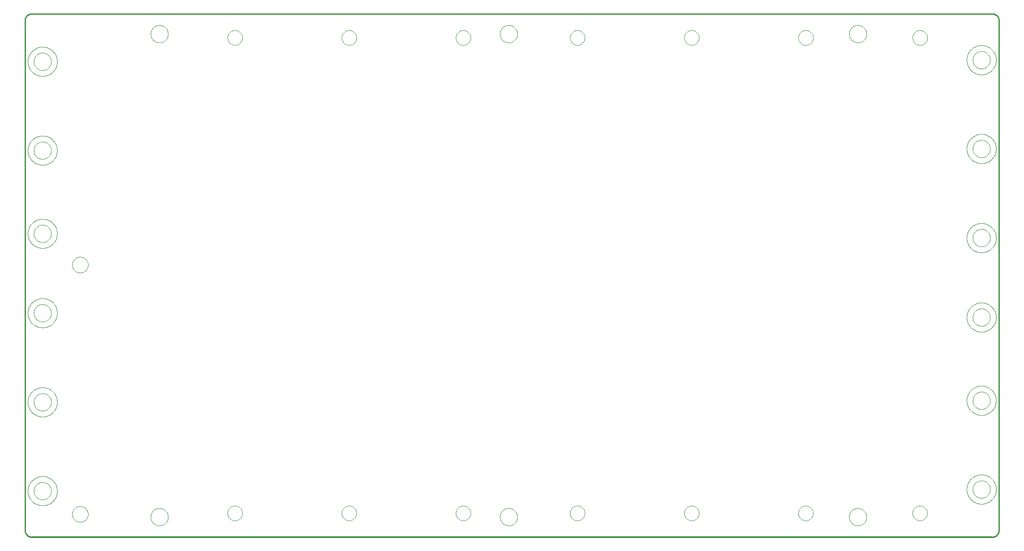
<source format=gko>
G75*
G70*
%OFA0B0*%
%FSLAX24Y24*%
%IPPOS*%
%LPD*%
%AMOC8*
5,1,8,0,0,1.08239X$1,22.5*
%
%ADD10C,0.0100*%
%ADD11C,0.0000*%
%ADD12C,0.0120*%
D10*
X000150Y000660D02*
X000150Y038660D01*
X000152Y038704D01*
X000158Y038747D01*
X000167Y038789D01*
X000180Y038831D01*
X000197Y038871D01*
X000217Y038910D01*
X000240Y038947D01*
X000267Y038981D01*
X000296Y039014D01*
X000329Y039043D01*
X000363Y039070D01*
X000400Y039093D01*
X000439Y039113D01*
X000479Y039130D01*
X000521Y039143D01*
X000563Y039152D01*
X000606Y039158D01*
X000650Y039160D01*
X072150Y039160D01*
X072194Y039158D01*
X072237Y039152D01*
X072279Y039143D01*
X072321Y039130D01*
X072361Y039113D01*
X072400Y039093D01*
X072437Y039070D01*
X072471Y039043D01*
X072504Y039014D01*
X072533Y038981D01*
X072560Y038947D01*
X072583Y038910D01*
X072603Y038871D01*
X072620Y038831D01*
X072633Y038789D01*
X072642Y038747D01*
X072648Y038704D01*
X072650Y038660D01*
X072650Y000660D01*
X072648Y000616D01*
X072642Y000573D01*
X072633Y000531D01*
X072620Y000489D01*
X072603Y000449D01*
X072583Y000410D01*
X072560Y000373D01*
X072533Y000339D01*
X072504Y000306D01*
X072471Y000277D01*
X072437Y000250D01*
X072400Y000227D01*
X072361Y000207D01*
X072321Y000190D01*
X072279Y000177D01*
X072237Y000168D01*
X072194Y000162D01*
X072150Y000160D01*
X000650Y000160D02*
X000606Y000162D01*
X000563Y000168D01*
X000521Y000177D01*
X000479Y000190D01*
X000439Y000207D01*
X000400Y000227D01*
X000363Y000250D01*
X000329Y000277D01*
X000296Y000306D01*
X000267Y000339D01*
X000240Y000373D01*
X000217Y000410D01*
X000197Y000449D01*
X000180Y000489D01*
X000167Y000531D01*
X000158Y000573D01*
X000152Y000616D01*
X000150Y000660D01*
D11*
X003657Y001869D02*
X003659Y001917D01*
X003665Y001965D01*
X003675Y002012D01*
X003688Y002058D01*
X003706Y002103D01*
X003726Y002147D01*
X003751Y002189D01*
X003779Y002228D01*
X003809Y002265D01*
X003843Y002299D01*
X003880Y002331D01*
X003918Y002360D01*
X003959Y002385D01*
X004002Y002407D01*
X004047Y002425D01*
X004093Y002439D01*
X004140Y002450D01*
X004188Y002457D01*
X004236Y002460D01*
X004284Y002459D01*
X004332Y002454D01*
X004380Y002445D01*
X004426Y002433D01*
X004471Y002416D01*
X004515Y002396D01*
X004557Y002373D01*
X004597Y002346D01*
X004635Y002316D01*
X004670Y002283D01*
X004702Y002247D01*
X004732Y002209D01*
X004758Y002168D01*
X004780Y002125D01*
X004800Y002081D01*
X004815Y002036D01*
X004827Y001989D01*
X004835Y001941D01*
X004839Y001893D01*
X004839Y001845D01*
X004835Y001797D01*
X004827Y001749D01*
X004815Y001702D01*
X004800Y001657D01*
X004780Y001613D01*
X004758Y001570D01*
X004732Y001529D01*
X004702Y001491D01*
X004670Y001455D01*
X004635Y001422D01*
X004597Y001392D01*
X004557Y001365D01*
X004515Y001342D01*
X004471Y001322D01*
X004426Y001305D01*
X004380Y001293D01*
X004332Y001284D01*
X004284Y001279D01*
X004236Y001278D01*
X004188Y001281D01*
X004140Y001288D01*
X004093Y001299D01*
X004047Y001313D01*
X004002Y001331D01*
X003959Y001353D01*
X003918Y001378D01*
X003880Y001407D01*
X003843Y001439D01*
X003809Y001473D01*
X003779Y001510D01*
X003751Y001549D01*
X003726Y001591D01*
X003706Y001635D01*
X003688Y001680D01*
X003675Y001726D01*
X003665Y001773D01*
X003659Y001821D01*
X003657Y001869D01*
X000800Y003600D02*
X000802Y003650D01*
X000808Y003700D01*
X000818Y003750D01*
X000831Y003798D01*
X000848Y003846D01*
X000869Y003892D01*
X000893Y003936D01*
X000921Y003978D01*
X000952Y004018D01*
X000986Y004055D01*
X001023Y004090D01*
X001062Y004121D01*
X001103Y004150D01*
X001147Y004175D01*
X001193Y004197D01*
X001240Y004215D01*
X001288Y004229D01*
X001337Y004240D01*
X001387Y004247D01*
X001437Y004250D01*
X001488Y004249D01*
X001538Y004244D01*
X001588Y004235D01*
X001636Y004223D01*
X001684Y004206D01*
X001730Y004186D01*
X001775Y004163D01*
X001818Y004136D01*
X001858Y004106D01*
X001896Y004073D01*
X001931Y004037D01*
X001964Y003998D01*
X001993Y003957D01*
X002019Y003914D01*
X002042Y003869D01*
X002061Y003822D01*
X002076Y003774D01*
X002088Y003725D01*
X002096Y003675D01*
X002100Y003625D01*
X002100Y003575D01*
X002096Y003525D01*
X002088Y003475D01*
X002076Y003426D01*
X002061Y003378D01*
X002042Y003331D01*
X002019Y003286D01*
X001993Y003243D01*
X001964Y003202D01*
X001931Y003163D01*
X001896Y003127D01*
X001858Y003094D01*
X001818Y003064D01*
X001775Y003037D01*
X001730Y003014D01*
X001684Y002994D01*
X001636Y002977D01*
X001588Y002965D01*
X001538Y002956D01*
X001488Y002951D01*
X001437Y002950D01*
X001387Y002953D01*
X001337Y002960D01*
X001288Y002971D01*
X001240Y002985D01*
X001193Y003003D01*
X001147Y003025D01*
X001103Y003050D01*
X001062Y003079D01*
X001023Y003110D01*
X000986Y003145D01*
X000952Y003182D01*
X000921Y003222D01*
X000893Y003264D01*
X000869Y003308D01*
X000848Y003354D01*
X000831Y003402D01*
X000818Y003450D01*
X000808Y003500D01*
X000802Y003550D01*
X000800Y003600D01*
X000360Y003600D02*
X000362Y003666D01*
X000368Y003731D01*
X000378Y003796D01*
X000392Y003861D01*
X000409Y003924D01*
X000431Y003987D01*
X000456Y004047D01*
X000485Y004107D01*
X000517Y004164D01*
X000553Y004219D01*
X000592Y004272D01*
X000634Y004323D01*
X000679Y004371D01*
X000727Y004416D01*
X000778Y004458D01*
X000831Y004497D01*
X000886Y004533D01*
X000943Y004565D01*
X001003Y004594D01*
X001063Y004619D01*
X001126Y004641D01*
X001189Y004658D01*
X001254Y004672D01*
X001319Y004682D01*
X001384Y004688D01*
X001450Y004690D01*
X001516Y004688D01*
X001581Y004682D01*
X001646Y004672D01*
X001711Y004658D01*
X001774Y004641D01*
X001837Y004619D01*
X001897Y004594D01*
X001957Y004565D01*
X002014Y004533D01*
X002069Y004497D01*
X002122Y004458D01*
X002173Y004416D01*
X002221Y004371D01*
X002266Y004323D01*
X002308Y004272D01*
X002347Y004219D01*
X002383Y004164D01*
X002415Y004107D01*
X002444Y004047D01*
X002469Y003987D01*
X002491Y003924D01*
X002508Y003861D01*
X002522Y003796D01*
X002532Y003731D01*
X002538Y003666D01*
X002540Y003600D01*
X002538Y003534D01*
X002532Y003469D01*
X002522Y003404D01*
X002508Y003339D01*
X002491Y003276D01*
X002469Y003213D01*
X002444Y003153D01*
X002415Y003093D01*
X002383Y003036D01*
X002347Y002981D01*
X002308Y002928D01*
X002266Y002877D01*
X002221Y002829D01*
X002173Y002784D01*
X002122Y002742D01*
X002069Y002703D01*
X002014Y002667D01*
X001957Y002635D01*
X001897Y002606D01*
X001837Y002581D01*
X001774Y002559D01*
X001711Y002542D01*
X001646Y002528D01*
X001581Y002518D01*
X001516Y002512D01*
X001450Y002510D01*
X001384Y002512D01*
X001319Y002518D01*
X001254Y002528D01*
X001189Y002542D01*
X001126Y002559D01*
X001063Y002581D01*
X001003Y002606D01*
X000943Y002635D01*
X000886Y002667D01*
X000831Y002703D01*
X000778Y002742D01*
X000727Y002784D01*
X000679Y002829D01*
X000634Y002877D01*
X000592Y002928D01*
X000553Y002981D01*
X000517Y003036D01*
X000485Y003093D01*
X000456Y003153D01*
X000431Y003213D01*
X000409Y003276D01*
X000392Y003339D01*
X000378Y003404D01*
X000368Y003469D01*
X000362Y003534D01*
X000360Y003600D01*
X009500Y001660D02*
X009502Y001710D01*
X009508Y001760D01*
X009518Y001810D01*
X009531Y001858D01*
X009548Y001906D01*
X009569Y001952D01*
X009593Y001996D01*
X009621Y002038D01*
X009652Y002078D01*
X009686Y002115D01*
X009723Y002150D01*
X009762Y002181D01*
X009803Y002210D01*
X009847Y002235D01*
X009893Y002257D01*
X009940Y002275D01*
X009988Y002289D01*
X010037Y002300D01*
X010087Y002307D01*
X010137Y002310D01*
X010188Y002309D01*
X010238Y002304D01*
X010288Y002295D01*
X010336Y002283D01*
X010384Y002266D01*
X010430Y002246D01*
X010475Y002223D01*
X010518Y002196D01*
X010558Y002166D01*
X010596Y002133D01*
X010631Y002097D01*
X010664Y002058D01*
X010693Y002017D01*
X010719Y001974D01*
X010742Y001929D01*
X010761Y001882D01*
X010776Y001834D01*
X010788Y001785D01*
X010796Y001735D01*
X010800Y001685D01*
X010800Y001635D01*
X010796Y001585D01*
X010788Y001535D01*
X010776Y001486D01*
X010761Y001438D01*
X010742Y001391D01*
X010719Y001346D01*
X010693Y001303D01*
X010664Y001262D01*
X010631Y001223D01*
X010596Y001187D01*
X010558Y001154D01*
X010518Y001124D01*
X010475Y001097D01*
X010430Y001074D01*
X010384Y001054D01*
X010336Y001037D01*
X010288Y001025D01*
X010238Y001016D01*
X010188Y001011D01*
X010137Y001010D01*
X010087Y001013D01*
X010037Y001020D01*
X009988Y001031D01*
X009940Y001045D01*
X009893Y001063D01*
X009847Y001085D01*
X009803Y001110D01*
X009762Y001139D01*
X009723Y001170D01*
X009686Y001205D01*
X009652Y001242D01*
X009621Y001282D01*
X009593Y001324D01*
X009569Y001368D01*
X009548Y001414D01*
X009531Y001462D01*
X009518Y001510D01*
X009508Y001560D01*
X009502Y001610D01*
X009500Y001660D01*
X015220Y001940D02*
X015222Y001987D01*
X015228Y002033D01*
X015238Y002079D01*
X015251Y002123D01*
X015269Y002167D01*
X015290Y002208D01*
X015314Y002248D01*
X015342Y002286D01*
X015373Y002321D01*
X015407Y002353D01*
X015443Y002382D01*
X015482Y002408D01*
X015522Y002431D01*
X015565Y002450D01*
X015609Y002466D01*
X015654Y002478D01*
X015700Y002486D01*
X015747Y002490D01*
X015793Y002490D01*
X015840Y002486D01*
X015886Y002478D01*
X015931Y002466D01*
X015975Y002450D01*
X016018Y002431D01*
X016058Y002408D01*
X016097Y002382D01*
X016133Y002353D01*
X016167Y002321D01*
X016198Y002286D01*
X016226Y002248D01*
X016250Y002208D01*
X016271Y002167D01*
X016289Y002123D01*
X016302Y002079D01*
X016312Y002033D01*
X016318Y001987D01*
X016320Y001940D01*
X016318Y001893D01*
X016312Y001847D01*
X016302Y001801D01*
X016289Y001757D01*
X016271Y001713D01*
X016250Y001672D01*
X016226Y001632D01*
X016198Y001594D01*
X016167Y001559D01*
X016133Y001527D01*
X016097Y001498D01*
X016058Y001472D01*
X016018Y001449D01*
X015975Y001430D01*
X015931Y001414D01*
X015886Y001402D01*
X015840Y001394D01*
X015793Y001390D01*
X015747Y001390D01*
X015700Y001394D01*
X015654Y001402D01*
X015609Y001414D01*
X015565Y001430D01*
X015522Y001449D01*
X015482Y001472D01*
X015443Y001498D01*
X015407Y001527D01*
X015373Y001559D01*
X015342Y001594D01*
X015314Y001632D01*
X015290Y001672D01*
X015269Y001713D01*
X015251Y001757D01*
X015238Y001801D01*
X015228Y001847D01*
X015222Y001893D01*
X015220Y001940D01*
X023720Y001940D02*
X023722Y001987D01*
X023728Y002033D01*
X023738Y002079D01*
X023751Y002123D01*
X023769Y002167D01*
X023790Y002208D01*
X023814Y002248D01*
X023842Y002286D01*
X023873Y002321D01*
X023907Y002353D01*
X023943Y002382D01*
X023982Y002408D01*
X024022Y002431D01*
X024065Y002450D01*
X024109Y002466D01*
X024154Y002478D01*
X024200Y002486D01*
X024247Y002490D01*
X024293Y002490D01*
X024340Y002486D01*
X024386Y002478D01*
X024431Y002466D01*
X024475Y002450D01*
X024518Y002431D01*
X024558Y002408D01*
X024597Y002382D01*
X024633Y002353D01*
X024667Y002321D01*
X024698Y002286D01*
X024726Y002248D01*
X024750Y002208D01*
X024771Y002167D01*
X024789Y002123D01*
X024802Y002079D01*
X024812Y002033D01*
X024818Y001987D01*
X024820Y001940D01*
X024818Y001893D01*
X024812Y001847D01*
X024802Y001801D01*
X024789Y001757D01*
X024771Y001713D01*
X024750Y001672D01*
X024726Y001632D01*
X024698Y001594D01*
X024667Y001559D01*
X024633Y001527D01*
X024597Y001498D01*
X024558Y001472D01*
X024518Y001449D01*
X024475Y001430D01*
X024431Y001414D01*
X024386Y001402D01*
X024340Y001394D01*
X024293Y001390D01*
X024247Y001390D01*
X024200Y001394D01*
X024154Y001402D01*
X024109Y001414D01*
X024065Y001430D01*
X024022Y001449D01*
X023982Y001472D01*
X023943Y001498D01*
X023907Y001527D01*
X023873Y001559D01*
X023842Y001594D01*
X023814Y001632D01*
X023790Y001672D01*
X023769Y001713D01*
X023751Y001757D01*
X023738Y001801D01*
X023728Y001847D01*
X023722Y001893D01*
X023720Y001940D01*
X032220Y001940D02*
X032222Y001987D01*
X032228Y002033D01*
X032238Y002079D01*
X032251Y002123D01*
X032269Y002167D01*
X032290Y002208D01*
X032314Y002248D01*
X032342Y002286D01*
X032373Y002321D01*
X032407Y002353D01*
X032443Y002382D01*
X032482Y002408D01*
X032522Y002431D01*
X032565Y002450D01*
X032609Y002466D01*
X032654Y002478D01*
X032700Y002486D01*
X032747Y002490D01*
X032793Y002490D01*
X032840Y002486D01*
X032886Y002478D01*
X032931Y002466D01*
X032975Y002450D01*
X033018Y002431D01*
X033058Y002408D01*
X033097Y002382D01*
X033133Y002353D01*
X033167Y002321D01*
X033198Y002286D01*
X033226Y002248D01*
X033250Y002208D01*
X033271Y002167D01*
X033289Y002123D01*
X033302Y002079D01*
X033312Y002033D01*
X033318Y001987D01*
X033320Y001940D01*
X033318Y001893D01*
X033312Y001847D01*
X033302Y001801D01*
X033289Y001757D01*
X033271Y001713D01*
X033250Y001672D01*
X033226Y001632D01*
X033198Y001594D01*
X033167Y001559D01*
X033133Y001527D01*
X033097Y001498D01*
X033058Y001472D01*
X033018Y001449D01*
X032975Y001430D01*
X032931Y001414D01*
X032886Y001402D01*
X032840Y001394D01*
X032793Y001390D01*
X032747Y001390D01*
X032700Y001394D01*
X032654Y001402D01*
X032609Y001414D01*
X032565Y001430D01*
X032522Y001449D01*
X032482Y001472D01*
X032443Y001498D01*
X032407Y001527D01*
X032373Y001559D01*
X032342Y001594D01*
X032314Y001632D01*
X032290Y001672D01*
X032269Y001713D01*
X032251Y001757D01*
X032238Y001801D01*
X032228Y001847D01*
X032222Y001893D01*
X032220Y001940D01*
X035500Y001660D02*
X035502Y001710D01*
X035508Y001760D01*
X035518Y001810D01*
X035531Y001858D01*
X035548Y001906D01*
X035569Y001952D01*
X035593Y001996D01*
X035621Y002038D01*
X035652Y002078D01*
X035686Y002115D01*
X035723Y002150D01*
X035762Y002181D01*
X035803Y002210D01*
X035847Y002235D01*
X035893Y002257D01*
X035940Y002275D01*
X035988Y002289D01*
X036037Y002300D01*
X036087Y002307D01*
X036137Y002310D01*
X036188Y002309D01*
X036238Y002304D01*
X036288Y002295D01*
X036336Y002283D01*
X036384Y002266D01*
X036430Y002246D01*
X036475Y002223D01*
X036518Y002196D01*
X036558Y002166D01*
X036596Y002133D01*
X036631Y002097D01*
X036664Y002058D01*
X036693Y002017D01*
X036719Y001974D01*
X036742Y001929D01*
X036761Y001882D01*
X036776Y001834D01*
X036788Y001785D01*
X036796Y001735D01*
X036800Y001685D01*
X036800Y001635D01*
X036796Y001585D01*
X036788Y001535D01*
X036776Y001486D01*
X036761Y001438D01*
X036742Y001391D01*
X036719Y001346D01*
X036693Y001303D01*
X036664Y001262D01*
X036631Y001223D01*
X036596Y001187D01*
X036558Y001154D01*
X036518Y001124D01*
X036475Y001097D01*
X036430Y001074D01*
X036384Y001054D01*
X036336Y001037D01*
X036288Y001025D01*
X036238Y001016D01*
X036188Y001011D01*
X036137Y001010D01*
X036087Y001013D01*
X036037Y001020D01*
X035988Y001031D01*
X035940Y001045D01*
X035893Y001063D01*
X035847Y001085D01*
X035803Y001110D01*
X035762Y001139D01*
X035723Y001170D01*
X035686Y001205D01*
X035652Y001242D01*
X035621Y001282D01*
X035593Y001324D01*
X035569Y001368D01*
X035548Y001414D01*
X035531Y001462D01*
X035518Y001510D01*
X035508Y001560D01*
X035502Y001610D01*
X035500Y001660D01*
X040720Y001940D02*
X040722Y001987D01*
X040728Y002033D01*
X040738Y002079D01*
X040751Y002123D01*
X040769Y002167D01*
X040790Y002208D01*
X040814Y002248D01*
X040842Y002286D01*
X040873Y002321D01*
X040907Y002353D01*
X040943Y002382D01*
X040982Y002408D01*
X041022Y002431D01*
X041065Y002450D01*
X041109Y002466D01*
X041154Y002478D01*
X041200Y002486D01*
X041247Y002490D01*
X041293Y002490D01*
X041340Y002486D01*
X041386Y002478D01*
X041431Y002466D01*
X041475Y002450D01*
X041518Y002431D01*
X041558Y002408D01*
X041597Y002382D01*
X041633Y002353D01*
X041667Y002321D01*
X041698Y002286D01*
X041726Y002248D01*
X041750Y002208D01*
X041771Y002167D01*
X041789Y002123D01*
X041802Y002079D01*
X041812Y002033D01*
X041818Y001987D01*
X041820Y001940D01*
X041818Y001893D01*
X041812Y001847D01*
X041802Y001801D01*
X041789Y001757D01*
X041771Y001713D01*
X041750Y001672D01*
X041726Y001632D01*
X041698Y001594D01*
X041667Y001559D01*
X041633Y001527D01*
X041597Y001498D01*
X041558Y001472D01*
X041518Y001449D01*
X041475Y001430D01*
X041431Y001414D01*
X041386Y001402D01*
X041340Y001394D01*
X041293Y001390D01*
X041247Y001390D01*
X041200Y001394D01*
X041154Y001402D01*
X041109Y001414D01*
X041065Y001430D01*
X041022Y001449D01*
X040982Y001472D01*
X040943Y001498D01*
X040907Y001527D01*
X040873Y001559D01*
X040842Y001594D01*
X040814Y001632D01*
X040790Y001672D01*
X040769Y001713D01*
X040751Y001757D01*
X040738Y001801D01*
X040728Y001847D01*
X040722Y001893D01*
X040720Y001940D01*
X049220Y001940D02*
X049222Y001987D01*
X049228Y002033D01*
X049238Y002079D01*
X049251Y002123D01*
X049269Y002167D01*
X049290Y002208D01*
X049314Y002248D01*
X049342Y002286D01*
X049373Y002321D01*
X049407Y002353D01*
X049443Y002382D01*
X049482Y002408D01*
X049522Y002431D01*
X049565Y002450D01*
X049609Y002466D01*
X049654Y002478D01*
X049700Y002486D01*
X049747Y002490D01*
X049793Y002490D01*
X049840Y002486D01*
X049886Y002478D01*
X049931Y002466D01*
X049975Y002450D01*
X050018Y002431D01*
X050058Y002408D01*
X050097Y002382D01*
X050133Y002353D01*
X050167Y002321D01*
X050198Y002286D01*
X050226Y002248D01*
X050250Y002208D01*
X050271Y002167D01*
X050289Y002123D01*
X050302Y002079D01*
X050312Y002033D01*
X050318Y001987D01*
X050320Y001940D01*
X050318Y001893D01*
X050312Y001847D01*
X050302Y001801D01*
X050289Y001757D01*
X050271Y001713D01*
X050250Y001672D01*
X050226Y001632D01*
X050198Y001594D01*
X050167Y001559D01*
X050133Y001527D01*
X050097Y001498D01*
X050058Y001472D01*
X050018Y001449D01*
X049975Y001430D01*
X049931Y001414D01*
X049886Y001402D01*
X049840Y001394D01*
X049793Y001390D01*
X049747Y001390D01*
X049700Y001394D01*
X049654Y001402D01*
X049609Y001414D01*
X049565Y001430D01*
X049522Y001449D01*
X049482Y001472D01*
X049443Y001498D01*
X049407Y001527D01*
X049373Y001559D01*
X049342Y001594D01*
X049314Y001632D01*
X049290Y001672D01*
X049269Y001713D01*
X049251Y001757D01*
X049238Y001801D01*
X049228Y001847D01*
X049222Y001893D01*
X049220Y001940D01*
X057720Y001940D02*
X057722Y001987D01*
X057728Y002033D01*
X057738Y002079D01*
X057751Y002123D01*
X057769Y002167D01*
X057790Y002208D01*
X057814Y002248D01*
X057842Y002286D01*
X057873Y002321D01*
X057907Y002353D01*
X057943Y002382D01*
X057982Y002408D01*
X058022Y002431D01*
X058065Y002450D01*
X058109Y002466D01*
X058154Y002478D01*
X058200Y002486D01*
X058247Y002490D01*
X058293Y002490D01*
X058340Y002486D01*
X058386Y002478D01*
X058431Y002466D01*
X058475Y002450D01*
X058518Y002431D01*
X058558Y002408D01*
X058597Y002382D01*
X058633Y002353D01*
X058667Y002321D01*
X058698Y002286D01*
X058726Y002248D01*
X058750Y002208D01*
X058771Y002167D01*
X058789Y002123D01*
X058802Y002079D01*
X058812Y002033D01*
X058818Y001987D01*
X058820Y001940D01*
X058818Y001893D01*
X058812Y001847D01*
X058802Y001801D01*
X058789Y001757D01*
X058771Y001713D01*
X058750Y001672D01*
X058726Y001632D01*
X058698Y001594D01*
X058667Y001559D01*
X058633Y001527D01*
X058597Y001498D01*
X058558Y001472D01*
X058518Y001449D01*
X058475Y001430D01*
X058431Y001414D01*
X058386Y001402D01*
X058340Y001394D01*
X058293Y001390D01*
X058247Y001390D01*
X058200Y001394D01*
X058154Y001402D01*
X058109Y001414D01*
X058065Y001430D01*
X058022Y001449D01*
X057982Y001472D01*
X057943Y001498D01*
X057907Y001527D01*
X057873Y001559D01*
X057842Y001594D01*
X057814Y001632D01*
X057790Y001672D01*
X057769Y001713D01*
X057751Y001757D01*
X057738Y001801D01*
X057728Y001847D01*
X057722Y001893D01*
X057720Y001940D01*
X061500Y001660D02*
X061502Y001710D01*
X061508Y001760D01*
X061518Y001810D01*
X061531Y001858D01*
X061548Y001906D01*
X061569Y001952D01*
X061593Y001996D01*
X061621Y002038D01*
X061652Y002078D01*
X061686Y002115D01*
X061723Y002150D01*
X061762Y002181D01*
X061803Y002210D01*
X061847Y002235D01*
X061893Y002257D01*
X061940Y002275D01*
X061988Y002289D01*
X062037Y002300D01*
X062087Y002307D01*
X062137Y002310D01*
X062188Y002309D01*
X062238Y002304D01*
X062288Y002295D01*
X062336Y002283D01*
X062384Y002266D01*
X062430Y002246D01*
X062475Y002223D01*
X062518Y002196D01*
X062558Y002166D01*
X062596Y002133D01*
X062631Y002097D01*
X062664Y002058D01*
X062693Y002017D01*
X062719Y001974D01*
X062742Y001929D01*
X062761Y001882D01*
X062776Y001834D01*
X062788Y001785D01*
X062796Y001735D01*
X062800Y001685D01*
X062800Y001635D01*
X062796Y001585D01*
X062788Y001535D01*
X062776Y001486D01*
X062761Y001438D01*
X062742Y001391D01*
X062719Y001346D01*
X062693Y001303D01*
X062664Y001262D01*
X062631Y001223D01*
X062596Y001187D01*
X062558Y001154D01*
X062518Y001124D01*
X062475Y001097D01*
X062430Y001074D01*
X062384Y001054D01*
X062336Y001037D01*
X062288Y001025D01*
X062238Y001016D01*
X062188Y001011D01*
X062137Y001010D01*
X062087Y001013D01*
X062037Y001020D01*
X061988Y001031D01*
X061940Y001045D01*
X061893Y001063D01*
X061847Y001085D01*
X061803Y001110D01*
X061762Y001139D01*
X061723Y001170D01*
X061686Y001205D01*
X061652Y001242D01*
X061621Y001282D01*
X061593Y001324D01*
X061569Y001368D01*
X061548Y001414D01*
X061531Y001462D01*
X061518Y001510D01*
X061508Y001560D01*
X061502Y001610D01*
X061500Y001660D01*
X066220Y001940D02*
X066222Y001987D01*
X066228Y002033D01*
X066238Y002079D01*
X066251Y002123D01*
X066269Y002167D01*
X066290Y002208D01*
X066314Y002248D01*
X066342Y002286D01*
X066373Y002321D01*
X066407Y002353D01*
X066443Y002382D01*
X066482Y002408D01*
X066522Y002431D01*
X066565Y002450D01*
X066609Y002466D01*
X066654Y002478D01*
X066700Y002486D01*
X066747Y002490D01*
X066793Y002490D01*
X066840Y002486D01*
X066886Y002478D01*
X066931Y002466D01*
X066975Y002450D01*
X067018Y002431D01*
X067058Y002408D01*
X067097Y002382D01*
X067133Y002353D01*
X067167Y002321D01*
X067198Y002286D01*
X067226Y002248D01*
X067250Y002208D01*
X067271Y002167D01*
X067289Y002123D01*
X067302Y002079D01*
X067312Y002033D01*
X067318Y001987D01*
X067320Y001940D01*
X067318Y001893D01*
X067312Y001847D01*
X067302Y001801D01*
X067289Y001757D01*
X067271Y001713D01*
X067250Y001672D01*
X067226Y001632D01*
X067198Y001594D01*
X067167Y001559D01*
X067133Y001527D01*
X067097Y001498D01*
X067058Y001472D01*
X067018Y001449D01*
X066975Y001430D01*
X066931Y001414D01*
X066886Y001402D01*
X066840Y001394D01*
X066793Y001390D01*
X066747Y001390D01*
X066700Y001394D01*
X066654Y001402D01*
X066609Y001414D01*
X066565Y001430D01*
X066522Y001449D01*
X066482Y001472D01*
X066443Y001498D01*
X066407Y001527D01*
X066373Y001559D01*
X066342Y001594D01*
X066314Y001632D01*
X066290Y001672D01*
X066269Y001713D01*
X066251Y001757D01*
X066238Y001801D01*
X066228Y001847D01*
X066222Y001893D01*
X066220Y001940D01*
X070700Y003720D02*
X070702Y003770D01*
X070708Y003820D01*
X070718Y003870D01*
X070731Y003918D01*
X070748Y003966D01*
X070769Y004012D01*
X070793Y004056D01*
X070821Y004098D01*
X070852Y004138D01*
X070886Y004175D01*
X070923Y004210D01*
X070962Y004241D01*
X071003Y004270D01*
X071047Y004295D01*
X071093Y004317D01*
X071140Y004335D01*
X071188Y004349D01*
X071237Y004360D01*
X071287Y004367D01*
X071337Y004370D01*
X071388Y004369D01*
X071438Y004364D01*
X071488Y004355D01*
X071536Y004343D01*
X071584Y004326D01*
X071630Y004306D01*
X071675Y004283D01*
X071718Y004256D01*
X071758Y004226D01*
X071796Y004193D01*
X071831Y004157D01*
X071864Y004118D01*
X071893Y004077D01*
X071919Y004034D01*
X071942Y003989D01*
X071961Y003942D01*
X071976Y003894D01*
X071988Y003845D01*
X071996Y003795D01*
X072000Y003745D01*
X072000Y003695D01*
X071996Y003645D01*
X071988Y003595D01*
X071976Y003546D01*
X071961Y003498D01*
X071942Y003451D01*
X071919Y003406D01*
X071893Y003363D01*
X071864Y003322D01*
X071831Y003283D01*
X071796Y003247D01*
X071758Y003214D01*
X071718Y003184D01*
X071675Y003157D01*
X071630Y003134D01*
X071584Y003114D01*
X071536Y003097D01*
X071488Y003085D01*
X071438Y003076D01*
X071388Y003071D01*
X071337Y003070D01*
X071287Y003073D01*
X071237Y003080D01*
X071188Y003091D01*
X071140Y003105D01*
X071093Y003123D01*
X071047Y003145D01*
X071003Y003170D01*
X070962Y003199D01*
X070923Y003230D01*
X070886Y003265D01*
X070852Y003302D01*
X070821Y003342D01*
X070793Y003384D01*
X070769Y003428D01*
X070748Y003474D01*
X070731Y003522D01*
X070718Y003570D01*
X070708Y003620D01*
X070702Y003670D01*
X070700Y003720D01*
X070260Y003720D02*
X070262Y003786D01*
X070268Y003851D01*
X070278Y003916D01*
X070292Y003981D01*
X070309Y004044D01*
X070331Y004107D01*
X070356Y004167D01*
X070385Y004227D01*
X070417Y004284D01*
X070453Y004339D01*
X070492Y004392D01*
X070534Y004443D01*
X070579Y004491D01*
X070627Y004536D01*
X070678Y004578D01*
X070731Y004617D01*
X070786Y004653D01*
X070843Y004685D01*
X070903Y004714D01*
X070963Y004739D01*
X071026Y004761D01*
X071089Y004778D01*
X071154Y004792D01*
X071219Y004802D01*
X071284Y004808D01*
X071350Y004810D01*
X071416Y004808D01*
X071481Y004802D01*
X071546Y004792D01*
X071611Y004778D01*
X071674Y004761D01*
X071737Y004739D01*
X071797Y004714D01*
X071857Y004685D01*
X071914Y004653D01*
X071969Y004617D01*
X072022Y004578D01*
X072073Y004536D01*
X072121Y004491D01*
X072166Y004443D01*
X072208Y004392D01*
X072247Y004339D01*
X072283Y004284D01*
X072315Y004227D01*
X072344Y004167D01*
X072369Y004107D01*
X072391Y004044D01*
X072408Y003981D01*
X072422Y003916D01*
X072432Y003851D01*
X072438Y003786D01*
X072440Y003720D01*
X072438Y003654D01*
X072432Y003589D01*
X072422Y003524D01*
X072408Y003459D01*
X072391Y003396D01*
X072369Y003333D01*
X072344Y003273D01*
X072315Y003213D01*
X072283Y003156D01*
X072247Y003101D01*
X072208Y003048D01*
X072166Y002997D01*
X072121Y002949D01*
X072073Y002904D01*
X072022Y002862D01*
X071969Y002823D01*
X071914Y002787D01*
X071857Y002755D01*
X071797Y002726D01*
X071737Y002701D01*
X071674Y002679D01*
X071611Y002662D01*
X071546Y002648D01*
X071481Y002638D01*
X071416Y002632D01*
X071350Y002630D01*
X071284Y002632D01*
X071219Y002638D01*
X071154Y002648D01*
X071089Y002662D01*
X071026Y002679D01*
X070963Y002701D01*
X070903Y002726D01*
X070843Y002755D01*
X070786Y002787D01*
X070731Y002823D01*
X070678Y002862D01*
X070627Y002904D01*
X070579Y002949D01*
X070534Y002997D01*
X070492Y003048D01*
X070453Y003101D01*
X070417Y003156D01*
X070385Y003213D01*
X070356Y003273D01*
X070331Y003333D01*
X070309Y003396D01*
X070292Y003459D01*
X070278Y003524D01*
X070268Y003589D01*
X070262Y003654D01*
X070260Y003720D01*
X070700Y010340D02*
X070702Y010390D01*
X070708Y010440D01*
X070718Y010490D01*
X070731Y010538D01*
X070748Y010586D01*
X070769Y010632D01*
X070793Y010676D01*
X070821Y010718D01*
X070852Y010758D01*
X070886Y010795D01*
X070923Y010830D01*
X070962Y010861D01*
X071003Y010890D01*
X071047Y010915D01*
X071093Y010937D01*
X071140Y010955D01*
X071188Y010969D01*
X071237Y010980D01*
X071287Y010987D01*
X071337Y010990D01*
X071388Y010989D01*
X071438Y010984D01*
X071488Y010975D01*
X071536Y010963D01*
X071584Y010946D01*
X071630Y010926D01*
X071675Y010903D01*
X071718Y010876D01*
X071758Y010846D01*
X071796Y010813D01*
X071831Y010777D01*
X071864Y010738D01*
X071893Y010697D01*
X071919Y010654D01*
X071942Y010609D01*
X071961Y010562D01*
X071976Y010514D01*
X071988Y010465D01*
X071996Y010415D01*
X072000Y010365D01*
X072000Y010315D01*
X071996Y010265D01*
X071988Y010215D01*
X071976Y010166D01*
X071961Y010118D01*
X071942Y010071D01*
X071919Y010026D01*
X071893Y009983D01*
X071864Y009942D01*
X071831Y009903D01*
X071796Y009867D01*
X071758Y009834D01*
X071718Y009804D01*
X071675Y009777D01*
X071630Y009754D01*
X071584Y009734D01*
X071536Y009717D01*
X071488Y009705D01*
X071438Y009696D01*
X071388Y009691D01*
X071337Y009690D01*
X071287Y009693D01*
X071237Y009700D01*
X071188Y009711D01*
X071140Y009725D01*
X071093Y009743D01*
X071047Y009765D01*
X071003Y009790D01*
X070962Y009819D01*
X070923Y009850D01*
X070886Y009885D01*
X070852Y009922D01*
X070821Y009962D01*
X070793Y010004D01*
X070769Y010048D01*
X070748Y010094D01*
X070731Y010142D01*
X070718Y010190D01*
X070708Y010240D01*
X070702Y010290D01*
X070700Y010340D01*
X070260Y010340D02*
X070262Y010406D01*
X070268Y010471D01*
X070278Y010536D01*
X070292Y010601D01*
X070309Y010664D01*
X070331Y010727D01*
X070356Y010787D01*
X070385Y010847D01*
X070417Y010904D01*
X070453Y010959D01*
X070492Y011012D01*
X070534Y011063D01*
X070579Y011111D01*
X070627Y011156D01*
X070678Y011198D01*
X070731Y011237D01*
X070786Y011273D01*
X070843Y011305D01*
X070903Y011334D01*
X070963Y011359D01*
X071026Y011381D01*
X071089Y011398D01*
X071154Y011412D01*
X071219Y011422D01*
X071284Y011428D01*
X071350Y011430D01*
X071416Y011428D01*
X071481Y011422D01*
X071546Y011412D01*
X071611Y011398D01*
X071674Y011381D01*
X071737Y011359D01*
X071797Y011334D01*
X071857Y011305D01*
X071914Y011273D01*
X071969Y011237D01*
X072022Y011198D01*
X072073Y011156D01*
X072121Y011111D01*
X072166Y011063D01*
X072208Y011012D01*
X072247Y010959D01*
X072283Y010904D01*
X072315Y010847D01*
X072344Y010787D01*
X072369Y010727D01*
X072391Y010664D01*
X072408Y010601D01*
X072422Y010536D01*
X072432Y010471D01*
X072438Y010406D01*
X072440Y010340D01*
X072438Y010274D01*
X072432Y010209D01*
X072422Y010144D01*
X072408Y010079D01*
X072391Y010016D01*
X072369Y009953D01*
X072344Y009893D01*
X072315Y009833D01*
X072283Y009776D01*
X072247Y009721D01*
X072208Y009668D01*
X072166Y009617D01*
X072121Y009569D01*
X072073Y009524D01*
X072022Y009482D01*
X071969Y009443D01*
X071914Y009407D01*
X071857Y009375D01*
X071797Y009346D01*
X071737Y009321D01*
X071674Y009299D01*
X071611Y009282D01*
X071546Y009268D01*
X071481Y009258D01*
X071416Y009252D01*
X071350Y009250D01*
X071284Y009252D01*
X071219Y009258D01*
X071154Y009268D01*
X071089Y009282D01*
X071026Y009299D01*
X070963Y009321D01*
X070903Y009346D01*
X070843Y009375D01*
X070786Y009407D01*
X070731Y009443D01*
X070678Y009482D01*
X070627Y009524D01*
X070579Y009569D01*
X070534Y009617D01*
X070492Y009668D01*
X070453Y009721D01*
X070417Y009776D01*
X070385Y009833D01*
X070356Y009893D01*
X070331Y009953D01*
X070309Y010016D01*
X070292Y010079D01*
X070278Y010144D01*
X070268Y010209D01*
X070262Y010274D01*
X070260Y010340D01*
X070700Y016540D02*
X070702Y016590D01*
X070708Y016640D01*
X070718Y016690D01*
X070731Y016738D01*
X070748Y016786D01*
X070769Y016832D01*
X070793Y016876D01*
X070821Y016918D01*
X070852Y016958D01*
X070886Y016995D01*
X070923Y017030D01*
X070962Y017061D01*
X071003Y017090D01*
X071047Y017115D01*
X071093Y017137D01*
X071140Y017155D01*
X071188Y017169D01*
X071237Y017180D01*
X071287Y017187D01*
X071337Y017190D01*
X071388Y017189D01*
X071438Y017184D01*
X071488Y017175D01*
X071536Y017163D01*
X071584Y017146D01*
X071630Y017126D01*
X071675Y017103D01*
X071718Y017076D01*
X071758Y017046D01*
X071796Y017013D01*
X071831Y016977D01*
X071864Y016938D01*
X071893Y016897D01*
X071919Y016854D01*
X071942Y016809D01*
X071961Y016762D01*
X071976Y016714D01*
X071988Y016665D01*
X071996Y016615D01*
X072000Y016565D01*
X072000Y016515D01*
X071996Y016465D01*
X071988Y016415D01*
X071976Y016366D01*
X071961Y016318D01*
X071942Y016271D01*
X071919Y016226D01*
X071893Y016183D01*
X071864Y016142D01*
X071831Y016103D01*
X071796Y016067D01*
X071758Y016034D01*
X071718Y016004D01*
X071675Y015977D01*
X071630Y015954D01*
X071584Y015934D01*
X071536Y015917D01*
X071488Y015905D01*
X071438Y015896D01*
X071388Y015891D01*
X071337Y015890D01*
X071287Y015893D01*
X071237Y015900D01*
X071188Y015911D01*
X071140Y015925D01*
X071093Y015943D01*
X071047Y015965D01*
X071003Y015990D01*
X070962Y016019D01*
X070923Y016050D01*
X070886Y016085D01*
X070852Y016122D01*
X070821Y016162D01*
X070793Y016204D01*
X070769Y016248D01*
X070748Y016294D01*
X070731Y016342D01*
X070718Y016390D01*
X070708Y016440D01*
X070702Y016490D01*
X070700Y016540D01*
X070260Y016540D02*
X070262Y016606D01*
X070268Y016671D01*
X070278Y016736D01*
X070292Y016801D01*
X070309Y016864D01*
X070331Y016927D01*
X070356Y016987D01*
X070385Y017047D01*
X070417Y017104D01*
X070453Y017159D01*
X070492Y017212D01*
X070534Y017263D01*
X070579Y017311D01*
X070627Y017356D01*
X070678Y017398D01*
X070731Y017437D01*
X070786Y017473D01*
X070843Y017505D01*
X070903Y017534D01*
X070963Y017559D01*
X071026Y017581D01*
X071089Y017598D01*
X071154Y017612D01*
X071219Y017622D01*
X071284Y017628D01*
X071350Y017630D01*
X071416Y017628D01*
X071481Y017622D01*
X071546Y017612D01*
X071611Y017598D01*
X071674Y017581D01*
X071737Y017559D01*
X071797Y017534D01*
X071857Y017505D01*
X071914Y017473D01*
X071969Y017437D01*
X072022Y017398D01*
X072073Y017356D01*
X072121Y017311D01*
X072166Y017263D01*
X072208Y017212D01*
X072247Y017159D01*
X072283Y017104D01*
X072315Y017047D01*
X072344Y016987D01*
X072369Y016927D01*
X072391Y016864D01*
X072408Y016801D01*
X072422Y016736D01*
X072432Y016671D01*
X072438Y016606D01*
X072440Y016540D01*
X072438Y016474D01*
X072432Y016409D01*
X072422Y016344D01*
X072408Y016279D01*
X072391Y016216D01*
X072369Y016153D01*
X072344Y016093D01*
X072315Y016033D01*
X072283Y015976D01*
X072247Y015921D01*
X072208Y015868D01*
X072166Y015817D01*
X072121Y015769D01*
X072073Y015724D01*
X072022Y015682D01*
X071969Y015643D01*
X071914Y015607D01*
X071857Y015575D01*
X071797Y015546D01*
X071737Y015521D01*
X071674Y015499D01*
X071611Y015482D01*
X071546Y015468D01*
X071481Y015458D01*
X071416Y015452D01*
X071350Y015450D01*
X071284Y015452D01*
X071219Y015458D01*
X071154Y015468D01*
X071089Y015482D01*
X071026Y015499D01*
X070963Y015521D01*
X070903Y015546D01*
X070843Y015575D01*
X070786Y015607D01*
X070731Y015643D01*
X070678Y015682D01*
X070627Y015724D01*
X070579Y015769D01*
X070534Y015817D01*
X070492Y015868D01*
X070453Y015921D01*
X070417Y015976D01*
X070385Y016033D01*
X070356Y016093D01*
X070331Y016153D01*
X070309Y016216D01*
X070292Y016279D01*
X070278Y016344D01*
X070268Y016409D01*
X070262Y016474D01*
X070260Y016540D01*
X070700Y022460D02*
X070702Y022510D01*
X070708Y022560D01*
X070718Y022610D01*
X070731Y022658D01*
X070748Y022706D01*
X070769Y022752D01*
X070793Y022796D01*
X070821Y022838D01*
X070852Y022878D01*
X070886Y022915D01*
X070923Y022950D01*
X070962Y022981D01*
X071003Y023010D01*
X071047Y023035D01*
X071093Y023057D01*
X071140Y023075D01*
X071188Y023089D01*
X071237Y023100D01*
X071287Y023107D01*
X071337Y023110D01*
X071388Y023109D01*
X071438Y023104D01*
X071488Y023095D01*
X071536Y023083D01*
X071584Y023066D01*
X071630Y023046D01*
X071675Y023023D01*
X071718Y022996D01*
X071758Y022966D01*
X071796Y022933D01*
X071831Y022897D01*
X071864Y022858D01*
X071893Y022817D01*
X071919Y022774D01*
X071942Y022729D01*
X071961Y022682D01*
X071976Y022634D01*
X071988Y022585D01*
X071996Y022535D01*
X072000Y022485D01*
X072000Y022435D01*
X071996Y022385D01*
X071988Y022335D01*
X071976Y022286D01*
X071961Y022238D01*
X071942Y022191D01*
X071919Y022146D01*
X071893Y022103D01*
X071864Y022062D01*
X071831Y022023D01*
X071796Y021987D01*
X071758Y021954D01*
X071718Y021924D01*
X071675Y021897D01*
X071630Y021874D01*
X071584Y021854D01*
X071536Y021837D01*
X071488Y021825D01*
X071438Y021816D01*
X071388Y021811D01*
X071337Y021810D01*
X071287Y021813D01*
X071237Y021820D01*
X071188Y021831D01*
X071140Y021845D01*
X071093Y021863D01*
X071047Y021885D01*
X071003Y021910D01*
X070962Y021939D01*
X070923Y021970D01*
X070886Y022005D01*
X070852Y022042D01*
X070821Y022082D01*
X070793Y022124D01*
X070769Y022168D01*
X070748Y022214D01*
X070731Y022262D01*
X070718Y022310D01*
X070708Y022360D01*
X070702Y022410D01*
X070700Y022460D01*
X070260Y022460D02*
X070262Y022526D01*
X070268Y022591D01*
X070278Y022656D01*
X070292Y022721D01*
X070309Y022784D01*
X070331Y022847D01*
X070356Y022907D01*
X070385Y022967D01*
X070417Y023024D01*
X070453Y023079D01*
X070492Y023132D01*
X070534Y023183D01*
X070579Y023231D01*
X070627Y023276D01*
X070678Y023318D01*
X070731Y023357D01*
X070786Y023393D01*
X070843Y023425D01*
X070903Y023454D01*
X070963Y023479D01*
X071026Y023501D01*
X071089Y023518D01*
X071154Y023532D01*
X071219Y023542D01*
X071284Y023548D01*
X071350Y023550D01*
X071416Y023548D01*
X071481Y023542D01*
X071546Y023532D01*
X071611Y023518D01*
X071674Y023501D01*
X071737Y023479D01*
X071797Y023454D01*
X071857Y023425D01*
X071914Y023393D01*
X071969Y023357D01*
X072022Y023318D01*
X072073Y023276D01*
X072121Y023231D01*
X072166Y023183D01*
X072208Y023132D01*
X072247Y023079D01*
X072283Y023024D01*
X072315Y022967D01*
X072344Y022907D01*
X072369Y022847D01*
X072391Y022784D01*
X072408Y022721D01*
X072422Y022656D01*
X072432Y022591D01*
X072438Y022526D01*
X072440Y022460D01*
X072438Y022394D01*
X072432Y022329D01*
X072422Y022264D01*
X072408Y022199D01*
X072391Y022136D01*
X072369Y022073D01*
X072344Y022013D01*
X072315Y021953D01*
X072283Y021896D01*
X072247Y021841D01*
X072208Y021788D01*
X072166Y021737D01*
X072121Y021689D01*
X072073Y021644D01*
X072022Y021602D01*
X071969Y021563D01*
X071914Y021527D01*
X071857Y021495D01*
X071797Y021466D01*
X071737Y021441D01*
X071674Y021419D01*
X071611Y021402D01*
X071546Y021388D01*
X071481Y021378D01*
X071416Y021372D01*
X071350Y021370D01*
X071284Y021372D01*
X071219Y021378D01*
X071154Y021388D01*
X071089Y021402D01*
X071026Y021419D01*
X070963Y021441D01*
X070903Y021466D01*
X070843Y021495D01*
X070786Y021527D01*
X070731Y021563D01*
X070678Y021602D01*
X070627Y021644D01*
X070579Y021689D01*
X070534Y021737D01*
X070492Y021788D01*
X070453Y021841D01*
X070417Y021896D01*
X070385Y021953D01*
X070356Y022013D01*
X070331Y022073D01*
X070309Y022136D01*
X070292Y022199D01*
X070278Y022264D01*
X070268Y022329D01*
X070262Y022394D01*
X070260Y022460D01*
X070700Y029100D02*
X070702Y029150D01*
X070708Y029200D01*
X070718Y029250D01*
X070731Y029298D01*
X070748Y029346D01*
X070769Y029392D01*
X070793Y029436D01*
X070821Y029478D01*
X070852Y029518D01*
X070886Y029555D01*
X070923Y029590D01*
X070962Y029621D01*
X071003Y029650D01*
X071047Y029675D01*
X071093Y029697D01*
X071140Y029715D01*
X071188Y029729D01*
X071237Y029740D01*
X071287Y029747D01*
X071337Y029750D01*
X071388Y029749D01*
X071438Y029744D01*
X071488Y029735D01*
X071536Y029723D01*
X071584Y029706D01*
X071630Y029686D01*
X071675Y029663D01*
X071718Y029636D01*
X071758Y029606D01*
X071796Y029573D01*
X071831Y029537D01*
X071864Y029498D01*
X071893Y029457D01*
X071919Y029414D01*
X071942Y029369D01*
X071961Y029322D01*
X071976Y029274D01*
X071988Y029225D01*
X071996Y029175D01*
X072000Y029125D01*
X072000Y029075D01*
X071996Y029025D01*
X071988Y028975D01*
X071976Y028926D01*
X071961Y028878D01*
X071942Y028831D01*
X071919Y028786D01*
X071893Y028743D01*
X071864Y028702D01*
X071831Y028663D01*
X071796Y028627D01*
X071758Y028594D01*
X071718Y028564D01*
X071675Y028537D01*
X071630Y028514D01*
X071584Y028494D01*
X071536Y028477D01*
X071488Y028465D01*
X071438Y028456D01*
X071388Y028451D01*
X071337Y028450D01*
X071287Y028453D01*
X071237Y028460D01*
X071188Y028471D01*
X071140Y028485D01*
X071093Y028503D01*
X071047Y028525D01*
X071003Y028550D01*
X070962Y028579D01*
X070923Y028610D01*
X070886Y028645D01*
X070852Y028682D01*
X070821Y028722D01*
X070793Y028764D01*
X070769Y028808D01*
X070748Y028854D01*
X070731Y028902D01*
X070718Y028950D01*
X070708Y029000D01*
X070702Y029050D01*
X070700Y029100D01*
X070260Y029100D02*
X070262Y029166D01*
X070268Y029231D01*
X070278Y029296D01*
X070292Y029361D01*
X070309Y029424D01*
X070331Y029487D01*
X070356Y029547D01*
X070385Y029607D01*
X070417Y029664D01*
X070453Y029719D01*
X070492Y029772D01*
X070534Y029823D01*
X070579Y029871D01*
X070627Y029916D01*
X070678Y029958D01*
X070731Y029997D01*
X070786Y030033D01*
X070843Y030065D01*
X070903Y030094D01*
X070963Y030119D01*
X071026Y030141D01*
X071089Y030158D01*
X071154Y030172D01*
X071219Y030182D01*
X071284Y030188D01*
X071350Y030190D01*
X071416Y030188D01*
X071481Y030182D01*
X071546Y030172D01*
X071611Y030158D01*
X071674Y030141D01*
X071737Y030119D01*
X071797Y030094D01*
X071857Y030065D01*
X071914Y030033D01*
X071969Y029997D01*
X072022Y029958D01*
X072073Y029916D01*
X072121Y029871D01*
X072166Y029823D01*
X072208Y029772D01*
X072247Y029719D01*
X072283Y029664D01*
X072315Y029607D01*
X072344Y029547D01*
X072369Y029487D01*
X072391Y029424D01*
X072408Y029361D01*
X072422Y029296D01*
X072432Y029231D01*
X072438Y029166D01*
X072440Y029100D01*
X072438Y029034D01*
X072432Y028969D01*
X072422Y028904D01*
X072408Y028839D01*
X072391Y028776D01*
X072369Y028713D01*
X072344Y028653D01*
X072315Y028593D01*
X072283Y028536D01*
X072247Y028481D01*
X072208Y028428D01*
X072166Y028377D01*
X072121Y028329D01*
X072073Y028284D01*
X072022Y028242D01*
X071969Y028203D01*
X071914Y028167D01*
X071857Y028135D01*
X071797Y028106D01*
X071737Y028081D01*
X071674Y028059D01*
X071611Y028042D01*
X071546Y028028D01*
X071481Y028018D01*
X071416Y028012D01*
X071350Y028010D01*
X071284Y028012D01*
X071219Y028018D01*
X071154Y028028D01*
X071089Y028042D01*
X071026Y028059D01*
X070963Y028081D01*
X070903Y028106D01*
X070843Y028135D01*
X070786Y028167D01*
X070731Y028203D01*
X070678Y028242D01*
X070627Y028284D01*
X070579Y028329D01*
X070534Y028377D01*
X070492Y028428D01*
X070453Y028481D01*
X070417Y028536D01*
X070385Y028593D01*
X070356Y028653D01*
X070331Y028713D01*
X070309Y028776D01*
X070292Y028839D01*
X070278Y028904D01*
X070268Y028969D01*
X070262Y029034D01*
X070260Y029100D01*
X070700Y035720D02*
X070702Y035770D01*
X070708Y035820D01*
X070718Y035870D01*
X070731Y035918D01*
X070748Y035966D01*
X070769Y036012D01*
X070793Y036056D01*
X070821Y036098D01*
X070852Y036138D01*
X070886Y036175D01*
X070923Y036210D01*
X070962Y036241D01*
X071003Y036270D01*
X071047Y036295D01*
X071093Y036317D01*
X071140Y036335D01*
X071188Y036349D01*
X071237Y036360D01*
X071287Y036367D01*
X071337Y036370D01*
X071388Y036369D01*
X071438Y036364D01*
X071488Y036355D01*
X071536Y036343D01*
X071584Y036326D01*
X071630Y036306D01*
X071675Y036283D01*
X071718Y036256D01*
X071758Y036226D01*
X071796Y036193D01*
X071831Y036157D01*
X071864Y036118D01*
X071893Y036077D01*
X071919Y036034D01*
X071942Y035989D01*
X071961Y035942D01*
X071976Y035894D01*
X071988Y035845D01*
X071996Y035795D01*
X072000Y035745D01*
X072000Y035695D01*
X071996Y035645D01*
X071988Y035595D01*
X071976Y035546D01*
X071961Y035498D01*
X071942Y035451D01*
X071919Y035406D01*
X071893Y035363D01*
X071864Y035322D01*
X071831Y035283D01*
X071796Y035247D01*
X071758Y035214D01*
X071718Y035184D01*
X071675Y035157D01*
X071630Y035134D01*
X071584Y035114D01*
X071536Y035097D01*
X071488Y035085D01*
X071438Y035076D01*
X071388Y035071D01*
X071337Y035070D01*
X071287Y035073D01*
X071237Y035080D01*
X071188Y035091D01*
X071140Y035105D01*
X071093Y035123D01*
X071047Y035145D01*
X071003Y035170D01*
X070962Y035199D01*
X070923Y035230D01*
X070886Y035265D01*
X070852Y035302D01*
X070821Y035342D01*
X070793Y035384D01*
X070769Y035428D01*
X070748Y035474D01*
X070731Y035522D01*
X070718Y035570D01*
X070708Y035620D01*
X070702Y035670D01*
X070700Y035720D01*
X070260Y035720D02*
X070262Y035786D01*
X070268Y035851D01*
X070278Y035916D01*
X070292Y035981D01*
X070309Y036044D01*
X070331Y036107D01*
X070356Y036167D01*
X070385Y036227D01*
X070417Y036284D01*
X070453Y036339D01*
X070492Y036392D01*
X070534Y036443D01*
X070579Y036491D01*
X070627Y036536D01*
X070678Y036578D01*
X070731Y036617D01*
X070786Y036653D01*
X070843Y036685D01*
X070903Y036714D01*
X070963Y036739D01*
X071026Y036761D01*
X071089Y036778D01*
X071154Y036792D01*
X071219Y036802D01*
X071284Y036808D01*
X071350Y036810D01*
X071416Y036808D01*
X071481Y036802D01*
X071546Y036792D01*
X071611Y036778D01*
X071674Y036761D01*
X071737Y036739D01*
X071797Y036714D01*
X071857Y036685D01*
X071914Y036653D01*
X071969Y036617D01*
X072022Y036578D01*
X072073Y036536D01*
X072121Y036491D01*
X072166Y036443D01*
X072208Y036392D01*
X072247Y036339D01*
X072283Y036284D01*
X072315Y036227D01*
X072344Y036167D01*
X072369Y036107D01*
X072391Y036044D01*
X072408Y035981D01*
X072422Y035916D01*
X072432Y035851D01*
X072438Y035786D01*
X072440Y035720D01*
X072438Y035654D01*
X072432Y035589D01*
X072422Y035524D01*
X072408Y035459D01*
X072391Y035396D01*
X072369Y035333D01*
X072344Y035273D01*
X072315Y035213D01*
X072283Y035156D01*
X072247Y035101D01*
X072208Y035048D01*
X072166Y034997D01*
X072121Y034949D01*
X072073Y034904D01*
X072022Y034862D01*
X071969Y034823D01*
X071914Y034787D01*
X071857Y034755D01*
X071797Y034726D01*
X071737Y034701D01*
X071674Y034679D01*
X071611Y034662D01*
X071546Y034648D01*
X071481Y034638D01*
X071416Y034632D01*
X071350Y034630D01*
X071284Y034632D01*
X071219Y034638D01*
X071154Y034648D01*
X071089Y034662D01*
X071026Y034679D01*
X070963Y034701D01*
X070903Y034726D01*
X070843Y034755D01*
X070786Y034787D01*
X070731Y034823D01*
X070678Y034862D01*
X070627Y034904D01*
X070579Y034949D01*
X070534Y034997D01*
X070492Y035048D01*
X070453Y035101D01*
X070417Y035156D01*
X070385Y035213D01*
X070356Y035273D01*
X070331Y035333D01*
X070309Y035396D01*
X070292Y035459D01*
X070278Y035524D01*
X070268Y035589D01*
X070262Y035654D01*
X070260Y035720D01*
X066220Y037380D02*
X066222Y037427D01*
X066228Y037473D01*
X066238Y037519D01*
X066251Y037563D01*
X066269Y037607D01*
X066290Y037648D01*
X066314Y037688D01*
X066342Y037726D01*
X066373Y037761D01*
X066407Y037793D01*
X066443Y037822D01*
X066482Y037848D01*
X066522Y037871D01*
X066565Y037890D01*
X066609Y037906D01*
X066654Y037918D01*
X066700Y037926D01*
X066747Y037930D01*
X066793Y037930D01*
X066840Y037926D01*
X066886Y037918D01*
X066931Y037906D01*
X066975Y037890D01*
X067018Y037871D01*
X067058Y037848D01*
X067097Y037822D01*
X067133Y037793D01*
X067167Y037761D01*
X067198Y037726D01*
X067226Y037688D01*
X067250Y037648D01*
X067271Y037607D01*
X067289Y037563D01*
X067302Y037519D01*
X067312Y037473D01*
X067318Y037427D01*
X067320Y037380D01*
X067318Y037333D01*
X067312Y037287D01*
X067302Y037241D01*
X067289Y037197D01*
X067271Y037153D01*
X067250Y037112D01*
X067226Y037072D01*
X067198Y037034D01*
X067167Y036999D01*
X067133Y036967D01*
X067097Y036938D01*
X067058Y036912D01*
X067018Y036889D01*
X066975Y036870D01*
X066931Y036854D01*
X066886Y036842D01*
X066840Y036834D01*
X066793Y036830D01*
X066747Y036830D01*
X066700Y036834D01*
X066654Y036842D01*
X066609Y036854D01*
X066565Y036870D01*
X066522Y036889D01*
X066482Y036912D01*
X066443Y036938D01*
X066407Y036967D01*
X066373Y036999D01*
X066342Y037034D01*
X066314Y037072D01*
X066290Y037112D01*
X066269Y037153D01*
X066251Y037197D01*
X066238Y037241D01*
X066228Y037287D01*
X066222Y037333D01*
X066220Y037380D01*
X061500Y037660D02*
X061502Y037710D01*
X061508Y037760D01*
X061518Y037810D01*
X061531Y037858D01*
X061548Y037906D01*
X061569Y037952D01*
X061593Y037996D01*
X061621Y038038D01*
X061652Y038078D01*
X061686Y038115D01*
X061723Y038150D01*
X061762Y038181D01*
X061803Y038210D01*
X061847Y038235D01*
X061893Y038257D01*
X061940Y038275D01*
X061988Y038289D01*
X062037Y038300D01*
X062087Y038307D01*
X062137Y038310D01*
X062188Y038309D01*
X062238Y038304D01*
X062288Y038295D01*
X062336Y038283D01*
X062384Y038266D01*
X062430Y038246D01*
X062475Y038223D01*
X062518Y038196D01*
X062558Y038166D01*
X062596Y038133D01*
X062631Y038097D01*
X062664Y038058D01*
X062693Y038017D01*
X062719Y037974D01*
X062742Y037929D01*
X062761Y037882D01*
X062776Y037834D01*
X062788Y037785D01*
X062796Y037735D01*
X062800Y037685D01*
X062800Y037635D01*
X062796Y037585D01*
X062788Y037535D01*
X062776Y037486D01*
X062761Y037438D01*
X062742Y037391D01*
X062719Y037346D01*
X062693Y037303D01*
X062664Y037262D01*
X062631Y037223D01*
X062596Y037187D01*
X062558Y037154D01*
X062518Y037124D01*
X062475Y037097D01*
X062430Y037074D01*
X062384Y037054D01*
X062336Y037037D01*
X062288Y037025D01*
X062238Y037016D01*
X062188Y037011D01*
X062137Y037010D01*
X062087Y037013D01*
X062037Y037020D01*
X061988Y037031D01*
X061940Y037045D01*
X061893Y037063D01*
X061847Y037085D01*
X061803Y037110D01*
X061762Y037139D01*
X061723Y037170D01*
X061686Y037205D01*
X061652Y037242D01*
X061621Y037282D01*
X061593Y037324D01*
X061569Y037368D01*
X061548Y037414D01*
X061531Y037462D01*
X061518Y037510D01*
X061508Y037560D01*
X061502Y037610D01*
X061500Y037660D01*
X057720Y037380D02*
X057722Y037427D01*
X057728Y037473D01*
X057738Y037519D01*
X057751Y037563D01*
X057769Y037607D01*
X057790Y037648D01*
X057814Y037688D01*
X057842Y037726D01*
X057873Y037761D01*
X057907Y037793D01*
X057943Y037822D01*
X057982Y037848D01*
X058022Y037871D01*
X058065Y037890D01*
X058109Y037906D01*
X058154Y037918D01*
X058200Y037926D01*
X058247Y037930D01*
X058293Y037930D01*
X058340Y037926D01*
X058386Y037918D01*
X058431Y037906D01*
X058475Y037890D01*
X058518Y037871D01*
X058558Y037848D01*
X058597Y037822D01*
X058633Y037793D01*
X058667Y037761D01*
X058698Y037726D01*
X058726Y037688D01*
X058750Y037648D01*
X058771Y037607D01*
X058789Y037563D01*
X058802Y037519D01*
X058812Y037473D01*
X058818Y037427D01*
X058820Y037380D01*
X058818Y037333D01*
X058812Y037287D01*
X058802Y037241D01*
X058789Y037197D01*
X058771Y037153D01*
X058750Y037112D01*
X058726Y037072D01*
X058698Y037034D01*
X058667Y036999D01*
X058633Y036967D01*
X058597Y036938D01*
X058558Y036912D01*
X058518Y036889D01*
X058475Y036870D01*
X058431Y036854D01*
X058386Y036842D01*
X058340Y036834D01*
X058293Y036830D01*
X058247Y036830D01*
X058200Y036834D01*
X058154Y036842D01*
X058109Y036854D01*
X058065Y036870D01*
X058022Y036889D01*
X057982Y036912D01*
X057943Y036938D01*
X057907Y036967D01*
X057873Y036999D01*
X057842Y037034D01*
X057814Y037072D01*
X057790Y037112D01*
X057769Y037153D01*
X057751Y037197D01*
X057738Y037241D01*
X057728Y037287D01*
X057722Y037333D01*
X057720Y037380D01*
X049220Y037380D02*
X049222Y037427D01*
X049228Y037473D01*
X049238Y037519D01*
X049251Y037563D01*
X049269Y037607D01*
X049290Y037648D01*
X049314Y037688D01*
X049342Y037726D01*
X049373Y037761D01*
X049407Y037793D01*
X049443Y037822D01*
X049482Y037848D01*
X049522Y037871D01*
X049565Y037890D01*
X049609Y037906D01*
X049654Y037918D01*
X049700Y037926D01*
X049747Y037930D01*
X049793Y037930D01*
X049840Y037926D01*
X049886Y037918D01*
X049931Y037906D01*
X049975Y037890D01*
X050018Y037871D01*
X050058Y037848D01*
X050097Y037822D01*
X050133Y037793D01*
X050167Y037761D01*
X050198Y037726D01*
X050226Y037688D01*
X050250Y037648D01*
X050271Y037607D01*
X050289Y037563D01*
X050302Y037519D01*
X050312Y037473D01*
X050318Y037427D01*
X050320Y037380D01*
X050318Y037333D01*
X050312Y037287D01*
X050302Y037241D01*
X050289Y037197D01*
X050271Y037153D01*
X050250Y037112D01*
X050226Y037072D01*
X050198Y037034D01*
X050167Y036999D01*
X050133Y036967D01*
X050097Y036938D01*
X050058Y036912D01*
X050018Y036889D01*
X049975Y036870D01*
X049931Y036854D01*
X049886Y036842D01*
X049840Y036834D01*
X049793Y036830D01*
X049747Y036830D01*
X049700Y036834D01*
X049654Y036842D01*
X049609Y036854D01*
X049565Y036870D01*
X049522Y036889D01*
X049482Y036912D01*
X049443Y036938D01*
X049407Y036967D01*
X049373Y036999D01*
X049342Y037034D01*
X049314Y037072D01*
X049290Y037112D01*
X049269Y037153D01*
X049251Y037197D01*
X049238Y037241D01*
X049228Y037287D01*
X049222Y037333D01*
X049220Y037380D01*
X040720Y037380D02*
X040722Y037427D01*
X040728Y037473D01*
X040738Y037519D01*
X040751Y037563D01*
X040769Y037607D01*
X040790Y037648D01*
X040814Y037688D01*
X040842Y037726D01*
X040873Y037761D01*
X040907Y037793D01*
X040943Y037822D01*
X040982Y037848D01*
X041022Y037871D01*
X041065Y037890D01*
X041109Y037906D01*
X041154Y037918D01*
X041200Y037926D01*
X041247Y037930D01*
X041293Y037930D01*
X041340Y037926D01*
X041386Y037918D01*
X041431Y037906D01*
X041475Y037890D01*
X041518Y037871D01*
X041558Y037848D01*
X041597Y037822D01*
X041633Y037793D01*
X041667Y037761D01*
X041698Y037726D01*
X041726Y037688D01*
X041750Y037648D01*
X041771Y037607D01*
X041789Y037563D01*
X041802Y037519D01*
X041812Y037473D01*
X041818Y037427D01*
X041820Y037380D01*
X041818Y037333D01*
X041812Y037287D01*
X041802Y037241D01*
X041789Y037197D01*
X041771Y037153D01*
X041750Y037112D01*
X041726Y037072D01*
X041698Y037034D01*
X041667Y036999D01*
X041633Y036967D01*
X041597Y036938D01*
X041558Y036912D01*
X041518Y036889D01*
X041475Y036870D01*
X041431Y036854D01*
X041386Y036842D01*
X041340Y036834D01*
X041293Y036830D01*
X041247Y036830D01*
X041200Y036834D01*
X041154Y036842D01*
X041109Y036854D01*
X041065Y036870D01*
X041022Y036889D01*
X040982Y036912D01*
X040943Y036938D01*
X040907Y036967D01*
X040873Y036999D01*
X040842Y037034D01*
X040814Y037072D01*
X040790Y037112D01*
X040769Y037153D01*
X040751Y037197D01*
X040738Y037241D01*
X040728Y037287D01*
X040722Y037333D01*
X040720Y037380D01*
X035500Y037660D02*
X035502Y037710D01*
X035508Y037760D01*
X035518Y037810D01*
X035531Y037858D01*
X035548Y037906D01*
X035569Y037952D01*
X035593Y037996D01*
X035621Y038038D01*
X035652Y038078D01*
X035686Y038115D01*
X035723Y038150D01*
X035762Y038181D01*
X035803Y038210D01*
X035847Y038235D01*
X035893Y038257D01*
X035940Y038275D01*
X035988Y038289D01*
X036037Y038300D01*
X036087Y038307D01*
X036137Y038310D01*
X036188Y038309D01*
X036238Y038304D01*
X036288Y038295D01*
X036336Y038283D01*
X036384Y038266D01*
X036430Y038246D01*
X036475Y038223D01*
X036518Y038196D01*
X036558Y038166D01*
X036596Y038133D01*
X036631Y038097D01*
X036664Y038058D01*
X036693Y038017D01*
X036719Y037974D01*
X036742Y037929D01*
X036761Y037882D01*
X036776Y037834D01*
X036788Y037785D01*
X036796Y037735D01*
X036800Y037685D01*
X036800Y037635D01*
X036796Y037585D01*
X036788Y037535D01*
X036776Y037486D01*
X036761Y037438D01*
X036742Y037391D01*
X036719Y037346D01*
X036693Y037303D01*
X036664Y037262D01*
X036631Y037223D01*
X036596Y037187D01*
X036558Y037154D01*
X036518Y037124D01*
X036475Y037097D01*
X036430Y037074D01*
X036384Y037054D01*
X036336Y037037D01*
X036288Y037025D01*
X036238Y037016D01*
X036188Y037011D01*
X036137Y037010D01*
X036087Y037013D01*
X036037Y037020D01*
X035988Y037031D01*
X035940Y037045D01*
X035893Y037063D01*
X035847Y037085D01*
X035803Y037110D01*
X035762Y037139D01*
X035723Y037170D01*
X035686Y037205D01*
X035652Y037242D01*
X035621Y037282D01*
X035593Y037324D01*
X035569Y037368D01*
X035548Y037414D01*
X035531Y037462D01*
X035518Y037510D01*
X035508Y037560D01*
X035502Y037610D01*
X035500Y037660D01*
X032220Y037380D02*
X032222Y037427D01*
X032228Y037473D01*
X032238Y037519D01*
X032251Y037563D01*
X032269Y037607D01*
X032290Y037648D01*
X032314Y037688D01*
X032342Y037726D01*
X032373Y037761D01*
X032407Y037793D01*
X032443Y037822D01*
X032482Y037848D01*
X032522Y037871D01*
X032565Y037890D01*
X032609Y037906D01*
X032654Y037918D01*
X032700Y037926D01*
X032747Y037930D01*
X032793Y037930D01*
X032840Y037926D01*
X032886Y037918D01*
X032931Y037906D01*
X032975Y037890D01*
X033018Y037871D01*
X033058Y037848D01*
X033097Y037822D01*
X033133Y037793D01*
X033167Y037761D01*
X033198Y037726D01*
X033226Y037688D01*
X033250Y037648D01*
X033271Y037607D01*
X033289Y037563D01*
X033302Y037519D01*
X033312Y037473D01*
X033318Y037427D01*
X033320Y037380D01*
X033318Y037333D01*
X033312Y037287D01*
X033302Y037241D01*
X033289Y037197D01*
X033271Y037153D01*
X033250Y037112D01*
X033226Y037072D01*
X033198Y037034D01*
X033167Y036999D01*
X033133Y036967D01*
X033097Y036938D01*
X033058Y036912D01*
X033018Y036889D01*
X032975Y036870D01*
X032931Y036854D01*
X032886Y036842D01*
X032840Y036834D01*
X032793Y036830D01*
X032747Y036830D01*
X032700Y036834D01*
X032654Y036842D01*
X032609Y036854D01*
X032565Y036870D01*
X032522Y036889D01*
X032482Y036912D01*
X032443Y036938D01*
X032407Y036967D01*
X032373Y036999D01*
X032342Y037034D01*
X032314Y037072D01*
X032290Y037112D01*
X032269Y037153D01*
X032251Y037197D01*
X032238Y037241D01*
X032228Y037287D01*
X032222Y037333D01*
X032220Y037380D01*
X023720Y037380D02*
X023722Y037427D01*
X023728Y037473D01*
X023738Y037519D01*
X023751Y037563D01*
X023769Y037607D01*
X023790Y037648D01*
X023814Y037688D01*
X023842Y037726D01*
X023873Y037761D01*
X023907Y037793D01*
X023943Y037822D01*
X023982Y037848D01*
X024022Y037871D01*
X024065Y037890D01*
X024109Y037906D01*
X024154Y037918D01*
X024200Y037926D01*
X024247Y037930D01*
X024293Y037930D01*
X024340Y037926D01*
X024386Y037918D01*
X024431Y037906D01*
X024475Y037890D01*
X024518Y037871D01*
X024558Y037848D01*
X024597Y037822D01*
X024633Y037793D01*
X024667Y037761D01*
X024698Y037726D01*
X024726Y037688D01*
X024750Y037648D01*
X024771Y037607D01*
X024789Y037563D01*
X024802Y037519D01*
X024812Y037473D01*
X024818Y037427D01*
X024820Y037380D01*
X024818Y037333D01*
X024812Y037287D01*
X024802Y037241D01*
X024789Y037197D01*
X024771Y037153D01*
X024750Y037112D01*
X024726Y037072D01*
X024698Y037034D01*
X024667Y036999D01*
X024633Y036967D01*
X024597Y036938D01*
X024558Y036912D01*
X024518Y036889D01*
X024475Y036870D01*
X024431Y036854D01*
X024386Y036842D01*
X024340Y036834D01*
X024293Y036830D01*
X024247Y036830D01*
X024200Y036834D01*
X024154Y036842D01*
X024109Y036854D01*
X024065Y036870D01*
X024022Y036889D01*
X023982Y036912D01*
X023943Y036938D01*
X023907Y036967D01*
X023873Y036999D01*
X023842Y037034D01*
X023814Y037072D01*
X023790Y037112D01*
X023769Y037153D01*
X023751Y037197D01*
X023738Y037241D01*
X023728Y037287D01*
X023722Y037333D01*
X023720Y037380D01*
X015220Y037380D02*
X015222Y037427D01*
X015228Y037473D01*
X015238Y037519D01*
X015251Y037563D01*
X015269Y037607D01*
X015290Y037648D01*
X015314Y037688D01*
X015342Y037726D01*
X015373Y037761D01*
X015407Y037793D01*
X015443Y037822D01*
X015482Y037848D01*
X015522Y037871D01*
X015565Y037890D01*
X015609Y037906D01*
X015654Y037918D01*
X015700Y037926D01*
X015747Y037930D01*
X015793Y037930D01*
X015840Y037926D01*
X015886Y037918D01*
X015931Y037906D01*
X015975Y037890D01*
X016018Y037871D01*
X016058Y037848D01*
X016097Y037822D01*
X016133Y037793D01*
X016167Y037761D01*
X016198Y037726D01*
X016226Y037688D01*
X016250Y037648D01*
X016271Y037607D01*
X016289Y037563D01*
X016302Y037519D01*
X016312Y037473D01*
X016318Y037427D01*
X016320Y037380D01*
X016318Y037333D01*
X016312Y037287D01*
X016302Y037241D01*
X016289Y037197D01*
X016271Y037153D01*
X016250Y037112D01*
X016226Y037072D01*
X016198Y037034D01*
X016167Y036999D01*
X016133Y036967D01*
X016097Y036938D01*
X016058Y036912D01*
X016018Y036889D01*
X015975Y036870D01*
X015931Y036854D01*
X015886Y036842D01*
X015840Y036834D01*
X015793Y036830D01*
X015747Y036830D01*
X015700Y036834D01*
X015654Y036842D01*
X015609Y036854D01*
X015565Y036870D01*
X015522Y036889D01*
X015482Y036912D01*
X015443Y036938D01*
X015407Y036967D01*
X015373Y036999D01*
X015342Y037034D01*
X015314Y037072D01*
X015290Y037112D01*
X015269Y037153D01*
X015251Y037197D01*
X015238Y037241D01*
X015228Y037287D01*
X015222Y037333D01*
X015220Y037380D01*
X009500Y037660D02*
X009502Y037710D01*
X009508Y037760D01*
X009518Y037810D01*
X009531Y037858D01*
X009548Y037906D01*
X009569Y037952D01*
X009593Y037996D01*
X009621Y038038D01*
X009652Y038078D01*
X009686Y038115D01*
X009723Y038150D01*
X009762Y038181D01*
X009803Y038210D01*
X009847Y038235D01*
X009893Y038257D01*
X009940Y038275D01*
X009988Y038289D01*
X010037Y038300D01*
X010087Y038307D01*
X010137Y038310D01*
X010188Y038309D01*
X010238Y038304D01*
X010288Y038295D01*
X010336Y038283D01*
X010384Y038266D01*
X010430Y038246D01*
X010475Y038223D01*
X010518Y038196D01*
X010558Y038166D01*
X010596Y038133D01*
X010631Y038097D01*
X010664Y038058D01*
X010693Y038017D01*
X010719Y037974D01*
X010742Y037929D01*
X010761Y037882D01*
X010776Y037834D01*
X010788Y037785D01*
X010796Y037735D01*
X010800Y037685D01*
X010800Y037635D01*
X010796Y037585D01*
X010788Y037535D01*
X010776Y037486D01*
X010761Y037438D01*
X010742Y037391D01*
X010719Y037346D01*
X010693Y037303D01*
X010664Y037262D01*
X010631Y037223D01*
X010596Y037187D01*
X010558Y037154D01*
X010518Y037124D01*
X010475Y037097D01*
X010430Y037074D01*
X010384Y037054D01*
X010336Y037037D01*
X010288Y037025D01*
X010238Y037016D01*
X010188Y037011D01*
X010137Y037010D01*
X010087Y037013D01*
X010037Y037020D01*
X009988Y037031D01*
X009940Y037045D01*
X009893Y037063D01*
X009847Y037085D01*
X009803Y037110D01*
X009762Y037139D01*
X009723Y037170D01*
X009686Y037205D01*
X009652Y037242D01*
X009621Y037282D01*
X009593Y037324D01*
X009569Y037368D01*
X009548Y037414D01*
X009531Y037462D01*
X009518Y037510D01*
X009508Y037560D01*
X009502Y037610D01*
X009500Y037660D01*
X000800Y035600D02*
X000802Y035650D01*
X000808Y035700D01*
X000818Y035750D01*
X000831Y035798D01*
X000848Y035846D01*
X000869Y035892D01*
X000893Y035936D01*
X000921Y035978D01*
X000952Y036018D01*
X000986Y036055D01*
X001023Y036090D01*
X001062Y036121D01*
X001103Y036150D01*
X001147Y036175D01*
X001193Y036197D01*
X001240Y036215D01*
X001288Y036229D01*
X001337Y036240D01*
X001387Y036247D01*
X001437Y036250D01*
X001488Y036249D01*
X001538Y036244D01*
X001588Y036235D01*
X001636Y036223D01*
X001684Y036206D01*
X001730Y036186D01*
X001775Y036163D01*
X001818Y036136D01*
X001858Y036106D01*
X001896Y036073D01*
X001931Y036037D01*
X001964Y035998D01*
X001993Y035957D01*
X002019Y035914D01*
X002042Y035869D01*
X002061Y035822D01*
X002076Y035774D01*
X002088Y035725D01*
X002096Y035675D01*
X002100Y035625D01*
X002100Y035575D01*
X002096Y035525D01*
X002088Y035475D01*
X002076Y035426D01*
X002061Y035378D01*
X002042Y035331D01*
X002019Y035286D01*
X001993Y035243D01*
X001964Y035202D01*
X001931Y035163D01*
X001896Y035127D01*
X001858Y035094D01*
X001818Y035064D01*
X001775Y035037D01*
X001730Y035014D01*
X001684Y034994D01*
X001636Y034977D01*
X001588Y034965D01*
X001538Y034956D01*
X001488Y034951D01*
X001437Y034950D01*
X001387Y034953D01*
X001337Y034960D01*
X001288Y034971D01*
X001240Y034985D01*
X001193Y035003D01*
X001147Y035025D01*
X001103Y035050D01*
X001062Y035079D01*
X001023Y035110D01*
X000986Y035145D01*
X000952Y035182D01*
X000921Y035222D01*
X000893Y035264D01*
X000869Y035308D01*
X000848Y035354D01*
X000831Y035402D01*
X000818Y035450D01*
X000808Y035500D01*
X000802Y035550D01*
X000800Y035600D01*
X000360Y035600D02*
X000362Y035666D01*
X000368Y035731D01*
X000378Y035796D01*
X000392Y035861D01*
X000409Y035924D01*
X000431Y035987D01*
X000456Y036047D01*
X000485Y036107D01*
X000517Y036164D01*
X000553Y036219D01*
X000592Y036272D01*
X000634Y036323D01*
X000679Y036371D01*
X000727Y036416D01*
X000778Y036458D01*
X000831Y036497D01*
X000886Y036533D01*
X000943Y036565D01*
X001003Y036594D01*
X001063Y036619D01*
X001126Y036641D01*
X001189Y036658D01*
X001254Y036672D01*
X001319Y036682D01*
X001384Y036688D01*
X001450Y036690D01*
X001516Y036688D01*
X001581Y036682D01*
X001646Y036672D01*
X001711Y036658D01*
X001774Y036641D01*
X001837Y036619D01*
X001897Y036594D01*
X001957Y036565D01*
X002014Y036533D01*
X002069Y036497D01*
X002122Y036458D01*
X002173Y036416D01*
X002221Y036371D01*
X002266Y036323D01*
X002308Y036272D01*
X002347Y036219D01*
X002383Y036164D01*
X002415Y036107D01*
X002444Y036047D01*
X002469Y035987D01*
X002491Y035924D01*
X002508Y035861D01*
X002522Y035796D01*
X002532Y035731D01*
X002538Y035666D01*
X002540Y035600D01*
X002538Y035534D01*
X002532Y035469D01*
X002522Y035404D01*
X002508Y035339D01*
X002491Y035276D01*
X002469Y035213D01*
X002444Y035153D01*
X002415Y035093D01*
X002383Y035036D01*
X002347Y034981D01*
X002308Y034928D01*
X002266Y034877D01*
X002221Y034829D01*
X002173Y034784D01*
X002122Y034742D01*
X002069Y034703D01*
X002014Y034667D01*
X001957Y034635D01*
X001897Y034606D01*
X001837Y034581D01*
X001774Y034559D01*
X001711Y034542D01*
X001646Y034528D01*
X001581Y034518D01*
X001516Y034512D01*
X001450Y034510D01*
X001384Y034512D01*
X001319Y034518D01*
X001254Y034528D01*
X001189Y034542D01*
X001126Y034559D01*
X001063Y034581D01*
X001003Y034606D01*
X000943Y034635D01*
X000886Y034667D01*
X000831Y034703D01*
X000778Y034742D01*
X000727Y034784D01*
X000679Y034829D01*
X000634Y034877D01*
X000592Y034928D01*
X000553Y034981D01*
X000517Y035036D01*
X000485Y035093D01*
X000456Y035153D01*
X000431Y035213D01*
X000409Y035276D01*
X000392Y035339D01*
X000378Y035404D01*
X000368Y035469D01*
X000362Y035534D01*
X000360Y035600D01*
X000800Y028980D02*
X000802Y029030D01*
X000808Y029080D01*
X000818Y029130D01*
X000831Y029178D01*
X000848Y029226D01*
X000869Y029272D01*
X000893Y029316D01*
X000921Y029358D01*
X000952Y029398D01*
X000986Y029435D01*
X001023Y029470D01*
X001062Y029501D01*
X001103Y029530D01*
X001147Y029555D01*
X001193Y029577D01*
X001240Y029595D01*
X001288Y029609D01*
X001337Y029620D01*
X001387Y029627D01*
X001437Y029630D01*
X001488Y029629D01*
X001538Y029624D01*
X001588Y029615D01*
X001636Y029603D01*
X001684Y029586D01*
X001730Y029566D01*
X001775Y029543D01*
X001818Y029516D01*
X001858Y029486D01*
X001896Y029453D01*
X001931Y029417D01*
X001964Y029378D01*
X001993Y029337D01*
X002019Y029294D01*
X002042Y029249D01*
X002061Y029202D01*
X002076Y029154D01*
X002088Y029105D01*
X002096Y029055D01*
X002100Y029005D01*
X002100Y028955D01*
X002096Y028905D01*
X002088Y028855D01*
X002076Y028806D01*
X002061Y028758D01*
X002042Y028711D01*
X002019Y028666D01*
X001993Y028623D01*
X001964Y028582D01*
X001931Y028543D01*
X001896Y028507D01*
X001858Y028474D01*
X001818Y028444D01*
X001775Y028417D01*
X001730Y028394D01*
X001684Y028374D01*
X001636Y028357D01*
X001588Y028345D01*
X001538Y028336D01*
X001488Y028331D01*
X001437Y028330D01*
X001387Y028333D01*
X001337Y028340D01*
X001288Y028351D01*
X001240Y028365D01*
X001193Y028383D01*
X001147Y028405D01*
X001103Y028430D01*
X001062Y028459D01*
X001023Y028490D01*
X000986Y028525D01*
X000952Y028562D01*
X000921Y028602D01*
X000893Y028644D01*
X000869Y028688D01*
X000848Y028734D01*
X000831Y028782D01*
X000818Y028830D01*
X000808Y028880D01*
X000802Y028930D01*
X000800Y028980D01*
X000360Y028980D02*
X000362Y029046D01*
X000368Y029111D01*
X000378Y029176D01*
X000392Y029241D01*
X000409Y029304D01*
X000431Y029367D01*
X000456Y029427D01*
X000485Y029487D01*
X000517Y029544D01*
X000553Y029599D01*
X000592Y029652D01*
X000634Y029703D01*
X000679Y029751D01*
X000727Y029796D01*
X000778Y029838D01*
X000831Y029877D01*
X000886Y029913D01*
X000943Y029945D01*
X001003Y029974D01*
X001063Y029999D01*
X001126Y030021D01*
X001189Y030038D01*
X001254Y030052D01*
X001319Y030062D01*
X001384Y030068D01*
X001450Y030070D01*
X001516Y030068D01*
X001581Y030062D01*
X001646Y030052D01*
X001711Y030038D01*
X001774Y030021D01*
X001837Y029999D01*
X001897Y029974D01*
X001957Y029945D01*
X002014Y029913D01*
X002069Y029877D01*
X002122Y029838D01*
X002173Y029796D01*
X002221Y029751D01*
X002266Y029703D01*
X002308Y029652D01*
X002347Y029599D01*
X002383Y029544D01*
X002415Y029487D01*
X002444Y029427D01*
X002469Y029367D01*
X002491Y029304D01*
X002508Y029241D01*
X002522Y029176D01*
X002532Y029111D01*
X002538Y029046D01*
X002540Y028980D01*
X002538Y028914D01*
X002532Y028849D01*
X002522Y028784D01*
X002508Y028719D01*
X002491Y028656D01*
X002469Y028593D01*
X002444Y028533D01*
X002415Y028473D01*
X002383Y028416D01*
X002347Y028361D01*
X002308Y028308D01*
X002266Y028257D01*
X002221Y028209D01*
X002173Y028164D01*
X002122Y028122D01*
X002069Y028083D01*
X002014Y028047D01*
X001957Y028015D01*
X001897Y027986D01*
X001837Y027961D01*
X001774Y027939D01*
X001711Y027922D01*
X001646Y027908D01*
X001581Y027898D01*
X001516Y027892D01*
X001450Y027890D01*
X001384Y027892D01*
X001319Y027898D01*
X001254Y027908D01*
X001189Y027922D01*
X001126Y027939D01*
X001063Y027961D01*
X001003Y027986D01*
X000943Y028015D01*
X000886Y028047D01*
X000831Y028083D01*
X000778Y028122D01*
X000727Y028164D01*
X000679Y028209D01*
X000634Y028257D01*
X000592Y028308D01*
X000553Y028361D01*
X000517Y028416D01*
X000485Y028473D01*
X000456Y028533D01*
X000431Y028593D01*
X000409Y028656D01*
X000392Y028719D01*
X000378Y028784D01*
X000368Y028849D01*
X000362Y028914D01*
X000360Y028980D01*
X000800Y022780D02*
X000802Y022830D01*
X000808Y022880D01*
X000818Y022930D01*
X000831Y022978D01*
X000848Y023026D01*
X000869Y023072D01*
X000893Y023116D01*
X000921Y023158D01*
X000952Y023198D01*
X000986Y023235D01*
X001023Y023270D01*
X001062Y023301D01*
X001103Y023330D01*
X001147Y023355D01*
X001193Y023377D01*
X001240Y023395D01*
X001288Y023409D01*
X001337Y023420D01*
X001387Y023427D01*
X001437Y023430D01*
X001488Y023429D01*
X001538Y023424D01*
X001588Y023415D01*
X001636Y023403D01*
X001684Y023386D01*
X001730Y023366D01*
X001775Y023343D01*
X001818Y023316D01*
X001858Y023286D01*
X001896Y023253D01*
X001931Y023217D01*
X001964Y023178D01*
X001993Y023137D01*
X002019Y023094D01*
X002042Y023049D01*
X002061Y023002D01*
X002076Y022954D01*
X002088Y022905D01*
X002096Y022855D01*
X002100Y022805D01*
X002100Y022755D01*
X002096Y022705D01*
X002088Y022655D01*
X002076Y022606D01*
X002061Y022558D01*
X002042Y022511D01*
X002019Y022466D01*
X001993Y022423D01*
X001964Y022382D01*
X001931Y022343D01*
X001896Y022307D01*
X001858Y022274D01*
X001818Y022244D01*
X001775Y022217D01*
X001730Y022194D01*
X001684Y022174D01*
X001636Y022157D01*
X001588Y022145D01*
X001538Y022136D01*
X001488Y022131D01*
X001437Y022130D01*
X001387Y022133D01*
X001337Y022140D01*
X001288Y022151D01*
X001240Y022165D01*
X001193Y022183D01*
X001147Y022205D01*
X001103Y022230D01*
X001062Y022259D01*
X001023Y022290D01*
X000986Y022325D01*
X000952Y022362D01*
X000921Y022402D01*
X000893Y022444D01*
X000869Y022488D01*
X000848Y022534D01*
X000831Y022582D01*
X000818Y022630D01*
X000808Y022680D01*
X000802Y022730D01*
X000800Y022780D01*
X000360Y022780D02*
X000362Y022846D01*
X000368Y022911D01*
X000378Y022976D01*
X000392Y023041D01*
X000409Y023104D01*
X000431Y023167D01*
X000456Y023227D01*
X000485Y023287D01*
X000517Y023344D01*
X000553Y023399D01*
X000592Y023452D01*
X000634Y023503D01*
X000679Y023551D01*
X000727Y023596D01*
X000778Y023638D01*
X000831Y023677D01*
X000886Y023713D01*
X000943Y023745D01*
X001003Y023774D01*
X001063Y023799D01*
X001126Y023821D01*
X001189Y023838D01*
X001254Y023852D01*
X001319Y023862D01*
X001384Y023868D01*
X001450Y023870D01*
X001516Y023868D01*
X001581Y023862D01*
X001646Y023852D01*
X001711Y023838D01*
X001774Y023821D01*
X001837Y023799D01*
X001897Y023774D01*
X001957Y023745D01*
X002014Y023713D01*
X002069Y023677D01*
X002122Y023638D01*
X002173Y023596D01*
X002221Y023551D01*
X002266Y023503D01*
X002308Y023452D01*
X002347Y023399D01*
X002383Y023344D01*
X002415Y023287D01*
X002444Y023227D01*
X002469Y023167D01*
X002491Y023104D01*
X002508Y023041D01*
X002522Y022976D01*
X002532Y022911D01*
X002538Y022846D01*
X002540Y022780D01*
X002538Y022714D01*
X002532Y022649D01*
X002522Y022584D01*
X002508Y022519D01*
X002491Y022456D01*
X002469Y022393D01*
X002444Y022333D01*
X002415Y022273D01*
X002383Y022216D01*
X002347Y022161D01*
X002308Y022108D01*
X002266Y022057D01*
X002221Y022009D01*
X002173Y021964D01*
X002122Y021922D01*
X002069Y021883D01*
X002014Y021847D01*
X001957Y021815D01*
X001897Y021786D01*
X001837Y021761D01*
X001774Y021739D01*
X001711Y021722D01*
X001646Y021708D01*
X001581Y021698D01*
X001516Y021692D01*
X001450Y021690D01*
X001384Y021692D01*
X001319Y021698D01*
X001254Y021708D01*
X001189Y021722D01*
X001126Y021739D01*
X001063Y021761D01*
X001003Y021786D01*
X000943Y021815D01*
X000886Y021847D01*
X000831Y021883D01*
X000778Y021922D01*
X000727Y021964D01*
X000679Y022009D01*
X000634Y022057D01*
X000592Y022108D01*
X000553Y022161D01*
X000517Y022216D01*
X000485Y022273D01*
X000456Y022333D01*
X000431Y022393D01*
X000409Y022456D01*
X000392Y022519D01*
X000378Y022584D01*
X000368Y022649D01*
X000362Y022714D01*
X000360Y022780D01*
X003657Y020451D02*
X003659Y020499D01*
X003665Y020547D01*
X003675Y020594D01*
X003688Y020640D01*
X003706Y020685D01*
X003726Y020729D01*
X003751Y020771D01*
X003779Y020810D01*
X003809Y020847D01*
X003843Y020881D01*
X003880Y020913D01*
X003918Y020942D01*
X003959Y020967D01*
X004002Y020989D01*
X004047Y021007D01*
X004093Y021021D01*
X004140Y021032D01*
X004188Y021039D01*
X004236Y021042D01*
X004284Y021041D01*
X004332Y021036D01*
X004380Y021027D01*
X004426Y021015D01*
X004471Y020998D01*
X004515Y020978D01*
X004557Y020955D01*
X004597Y020928D01*
X004635Y020898D01*
X004670Y020865D01*
X004702Y020829D01*
X004732Y020791D01*
X004758Y020750D01*
X004780Y020707D01*
X004800Y020663D01*
X004815Y020618D01*
X004827Y020571D01*
X004835Y020523D01*
X004839Y020475D01*
X004839Y020427D01*
X004835Y020379D01*
X004827Y020331D01*
X004815Y020284D01*
X004800Y020239D01*
X004780Y020195D01*
X004758Y020152D01*
X004732Y020111D01*
X004702Y020073D01*
X004670Y020037D01*
X004635Y020004D01*
X004597Y019974D01*
X004557Y019947D01*
X004515Y019924D01*
X004471Y019904D01*
X004426Y019887D01*
X004380Y019875D01*
X004332Y019866D01*
X004284Y019861D01*
X004236Y019860D01*
X004188Y019863D01*
X004140Y019870D01*
X004093Y019881D01*
X004047Y019895D01*
X004002Y019913D01*
X003959Y019935D01*
X003918Y019960D01*
X003880Y019989D01*
X003843Y020021D01*
X003809Y020055D01*
X003779Y020092D01*
X003751Y020131D01*
X003726Y020173D01*
X003706Y020217D01*
X003688Y020262D01*
X003675Y020308D01*
X003665Y020355D01*
X003659Y020403D01*
X003657Y020451D01*
X000800Y016860D02*
X000802Y016910D01*
X000808Y016960D01*
X000818Y017010D01*
X000831Y017058D01*
X000848Y017106D01*
X000869Y017152D01*
X000893Y017196D01*
X000921Y017238D01*
X000952Y017278D01*
X000986Y017315D01*
X001023Y017350D01*
X001062Y017381D01*
X001103Y017410D01*
X001147Y017435D01*
X001193Y017457D01*
X001240Y017475D01*
X001288Y017489D01*
X001337Y017500D01*
X001387Y017507D01*
X001437Y017510D01*
X001488Y017509D01*
X001538Y017504D01*
X001588Y017495D01*
X001636Y017483D01*
X001684Y017466D01*
X001730Y017446D01*
X001775Y017423D01*
X001818Y017396D01*
X001858Y017366D01*
X001896Y017333D01*
X001931Y017297D01*
X001964Y017258D01*
X001993Y017217D01*
X002019Y017174D01*
X002042Y017129D01*
X002061Y017082D01*
X002076Y017034D01*
X002088Y016985D01*
X002096Y016935D01*
X002100Y016885D01*
X002100Y016835D01*
X002096Y016785D01*
X002088Y016735D01*
X002076Y016686D01*
X002061Y016638D01*
X002042Y016591D01*
X002019Y016546D01*
X001993Y016503D01*
X001964Y016462D01*
X001931Y016423D01*
X001896Y016387D01*
X001858Y016354D01*
X001818Y016324D01*
X001775Y016297D01*
X001730Y016274D01*
X001684Y016254D01*
X001636Y016237D01*
X001588Y016225D01*
X001538Y016216D01*
X001488Y016211D01*
X001437Y016210D01*
X001387Y016213D01*
X001337Y016220D01*
X001288Y016231D01*
X001240Y016245D01*
X001193Y016263D01*
X001147Y016285D01*
X001103Y016310D01*
X001062Y016339D01*
X001023Y016370D01*
X000986Y016405D01*
X000952Y016442D01*
X000921Y016482D01*
X000893Y016524D01*
X000869Y016568D01*
X000848Y016614D01*
X000831Y016662D01*
X000818Y016710D01*
X000808Y016760D01*
X000802Y016810D01*
X000800Y016860D01*
X000360Y016860D02*
X000362Y016926D01*
X000368Y016991D01*
X000378Y017056D01*
X000392Y017121D01*
X000409Y017184D01*
X000431Y017247D01*
X000456Y017307D01*
X000485Y017367D01*
X000517Y017424D01*
X000553Y017479D01*
X000592Y017532D01*
X000634Y017583D01*
X000679Y017631D01*
X000727Y017676D01*
X000778Y017718D01*
X000831Y017757D01*
X000886Y017793D01*
X000943Y017825D01*
X001003Y017854D01*
X001063Y017879D01*
X001126Y017901D01*
X001189Y017918D01*
X001254Y017932D01*
X001319Y017942D01*
X001384Y017948D01*
X001450Y017950D01*
X001516Y017948D01*
X001581Y017942D01*
X001646Y017932D01*
X001711Y017918D01*
X001774Y017901D01*
X001837Y017879D01*
X001897Y017854D01*
X001957Y017825D01*
X002014Y017793D01*
X002069Y017757D01*
X002122Y017718D01*
X002173Y017676D01*
X002221Y017631D01*
X002266Y017583D01*
X002308Y017532D01*
X002347Y017479D01*
X002383Y017424D01*
X002415Y017367D01*
X002444Y017307D01*
X002469Y017247D01*
X002491Y017184D01*
X002508Y017121D01*
X002522Y017056D01*
X002532Y016991D01*
X002538Y016926D01*
X002540Y016860D01*
X002538Y016794D01*
X002532Y016729D01*
X002522Y016664D01*
X002508Y016599D01*
X002491Y016536D01*
X002469Y016473D01*
X002444Y016413D01*
X002415Y016353D01*
X002383Y016296D01*
X002347Y016241D01*
X002308Y016188D01*
X002266Y016137D01*
X002221Y016089D01*
X002173Y016044D01*
X002122Y016002D01*
X002069Y015963D01*
X002014Y015927D01*
X001957Y015895D01*
X001897Y015866D01*
X001837Y015841D01*
X001774Y015819D01*
X001711Y015802D01*
X001646Y015788D01*
X001581Y015778D01*
X001516Y015772D01*
X001450Y015770D01*
X001384Y015772D01*
X001319Y015778D01*
X001254Y015788D01*
X001189Y015802D01*
X001126Y015819D01*
X001063Y015841D01*
X001003Y015866D01*
X000943Y015895D01*
X000886Y015927D01*
X000831Y015963D01*
X000778Y016002D01*
X000727Y016044D01*
X000679Y016089D01*
X000634Y016137D01*
X000592Y016188D01*
X000553Y016241D01*
X000517Y016296D01*
X000485Y016353D01*
X000456Y016413D01*
X000431Y016473D01*
X000409Y016536D01*
X000392Y016599D01*
X000378Y016664D01*
X000368Y016729D01*
X000362Y016794D01*
X000360Y016860D01*
X000800Y010220D02*
X000802Y010270D01*
X000808Y010320D01*
X000818Y010370D01*
X000831Y010418D01*
X000848Y010466D01*
X000869Y010512D01*
X000893Y010556D01*
X000921Y010598D01*
X000952Y010638D01*
X000986Y010675D01*
X001023Y010710D01*
X001062Y010741D01*
X001103Y010770D01*
X001147Y010795D01*
X001193Y010817D01*
X001240Y010835D01*
X001288Y010849D01*
X001337Y010860D01*
X001387Y010867D01*
X001437Y010870D01*
X001488Y010869D01*
X001538Y010864D01*
X001588Y010855D01*
X001636Y010843D01*
X001684Y010826D01*
X001730Y010806D01*
X001775Y010783D01*
X001818Y010756D01*
X001858Y010726D01*
X001896Y010693D01*
X001931Y010657D01*
X001964Y010618D01*
X001993Y010577D01*
X002019Y010534D01*
X002042Y010489D01*
X002061Y010442D01*
X002076Y010394D01*
X002088Y010345D01*
X002096Y010295D01*
X002100Y010245D01*
X002100Y010195D01*
X002096Y010145D01*
X002088Y010095D01*
X002076Y010046D01*
X002061Y009998D01*
X002042Y009951D01*
X002019Y009906D01*
X001993Y009863D01*
X001964Y009822D01*
X001931Y009783D01*
X001896Y009747D01*
X001858Y009714D01*
X001818Y009684D01*
X001775Y009657D01*
X001730Y009634D01*
X001684Y009614D01*
X001636Y009597D01*
X001588Y009585D01*
X001538Y009576D01*
X001488Y009571D01*
X001437Y009570D01*
X001387Y009573D01*
X001337Y009580D01*
X001288Y009591D01*
X001240Y009605D01*
X001193Y009623D01*
X001147Y009645D01*
X001103Y009670D01*
X001062Y009699D01*
X001023Y009730D01*
X000986Y009765D01*
X000952Y009802D01*
X000921Y009842D01*
X000893Y009884D01*
X000869Y009928D01*
X000848Y009974D01*
X000831Y010022D01*
X000818Y010070D01*
X000808Y010120D01*
X000802Y010170D01*
X000800Y010220D01*
X000360Y010220D02*
X000362Y010286D01*
X000368Y010351D01*
X000378Y010416D01*
X000392Y010481D01*
X000409Y010544D01*
X000431Y010607D01*
X000456Y010667D01*
X000485Y010727D01*
X000517Y010784D01*
X000553Y010839D01*
X000592Y010892D01*
X000634Y010943D01*
X000679Y010991D01*
X000727Y011036D01*
X000778Y011078D01*
X000831Y011117D01*
X000886Y011153D01*
X000943Y011185D01*
X001003Y011214D01*
X001063Y011239D01*
X001126Y011261D01*
X001189Y011278D01*
X001254Y011292D01*
X001319Y011302D01*
X001384Y011308D01*
X001450Y011310D01*
X001516Y011308D01*
X001581Y011302D01*
X001646Y011292D01*
X001711Y011278D01*
X001774Y011261D01*
X001837Y011239D01*
X001897Y011214D01*
X001957Y011185D01*
X002014Y011153D01*
X002069Y011117D01*
X002122Y011078D01*
X002173Y011036D01*
X002221Y010991D01*
X002266Y010943D01*
X002308Y010892D01*
X002347Y010839D01*
X002383Y010784D01*
X002415Y010727D01*
X002444Y010667D01*
X002469Y010607D01*
X002491Y010544D01*
X002508Y010481D01*
X002522Y010416D01*
X002532Y010351D01*
X002538Y010286D01*
X002540Y010220D01*
X002538Y010154D01*
X002532Y010089D01*
X002522Y010024D01*
X002508Y009959D01*
X002491Y009896D01*
X002469Y009833D01*
X002444Y009773D01*
X002415Y009713D01*
X002383Y009656D01*
X002347Y009601D01*
X002308Y009548D01*
X002266Y009497D01*
X002221Y009449D01*
X002173Y009404D01*
X002122Y009362D01*
X002069Y009323D01*
X002014Y009287D01*
X001957Y009255D01*
X001897Y009226D01*
X001837Y009201D01*
X001774Y009179D01*
X001711Y009162D01*
X001646Y009148D01*
X001581Y009138D01*
X001516Y009132D01*
X001450Y009130D01*
X001384Y009132D01*
X001319Y009138D01*
X001254Y009148D01*
X001189Y009162D01*
X001126Y009179D01*
X001063Y009201D01*
X001003Y009226D01*
X000943Y009255D01*
X000886Y009287D01*
X000831Y009323D01*
X000778Y009362D01*
X000727Y009404D01*
X000679Y009449D01*
X000634Y009497D01*
X000592Y009548D01*
X000553Y009601D01*
X000517Y009656D01*
X000485Y009713D01*
X000456Y009773D01*
X000431Y009833D01*
X000409Y009896D01*
X000392Y009959D01*
X000378Y010024D01*
X000368Y010089D01*
X000362Y010154D01*
X000360Y010220D01*
D12*
X000650Y000160D02*
X072150Y000160D01*
M02*

</source>
